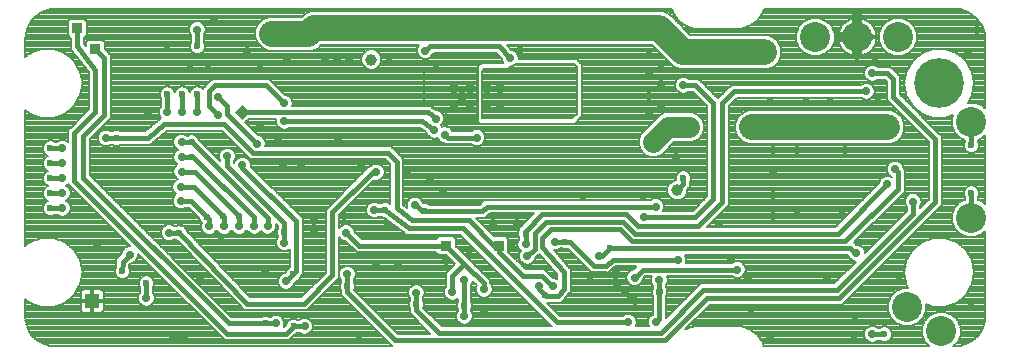
<source format=gbl>
G75*
G70*
%OFA0B0*%
%FSLAX24Y24*%
%IPPOS*%
%LPD*%
%AMOC8*
5,1,8,0,0,1.08239X$1,22.5*
%
%ADD10C,0.1000*%
%ADD11R,0.0357X0.0357*%
%ADD12R,0.0357X0.0357*%
%ADD13R,0.0500X0.0500*%
%ADD14C,0.1660*%
%ADD15C,0.0236*%
%ADD16C,0.0160*%
%ADD17C,0.0280*%
%ADD18C,0.0860*%
%ADD19C,0.0500*%
%ADD20C,0.0700*%
%ADD21C,0.0080*%
%ADD22C,0.0396*%
%ADD23C,0.0320*%
D10*
X051310Y041306D03*
X050160Y042106D03*
X052310Y045086D03*
X052310Y048286D03*
X049860Y051106D03*
X048510Y051106D03*
X047110Y051106D03*
D11*
X036560Y044156D03*
X034800Y044156D03*
X023110Y050706D03*
X022510Y051406D03*
D12*
G36*
X027759Y048606D02*
X028010Y048857D01*
X028261Y048606D01*
X028010Y048355D01*
X027759Y048606D01*
G37*
D13*
X023010Y042306D03*
D14*
X051240Y049566D03*
D15*
X052310Y047506D03*
X052310Y045906D03*
X049410Y041206D03*
X042710Y046406D03*
X040260Y044066D03*
X038780Y044286D03*
X037460Y044546D03*
X038090Y042516D03*
X035410Y042146D03*
X033810Y042206D03*
X031510Y042806D03*
X029710Y043206D03*
X029410Y044606D03*
X027910Y045136D03*
X027360Y045156D03*
X026830Y045126D03*
X025910Y044576D03*
X024810Y042906D03*
X024010Y043306D03*
X021610Y045406D03*
X021610Y045906D03*
X021610Y046406D03*
X021610Y046906D03*
X021610Y047406D03*
X023820Y047746D03*
X025510Y049206D03*
X026010Y049206D03*
X026510Y049206D03*
X026510Y050806D03*
X025510Y050806D03*
X026330Y047606D03*
X026330Y047106D03*
X028790Y041566D03*
X029720Y041466D03*
X026110Y041106D03*
X032770Y045346D03*
X034110Y045306D03*
X041910Y042606D03*
D16*
X041930Y042626D01*
X041930Y042691D01*
X041910Y042711D01*
X041910Y043006D01*
X041910Y042606D01*
X041910Y041706D01*
X041810Y041606D01*
X041960Y041256D02*
X034560Y041256D01*
X033810Y042006D01*
X033810Y042206D01*
X033810Y042586D01*
X035010Y042606D02*
X035010Y043146D01*
X035410Y043546D01*
X034800Y044156D01*
X031910Y044156D01*
X031470Y044586D01*
X031010Y045266D02*
X032350Y046606D01*
X032470Y046606D01*
X032860Y047256D02*
X033160Y046956D01*
X033160Y045406D01*
X033660Y045006D01*
X035560Y045006D01*
X036410Y044156D01*
X036560Y044156D01*
X036560Y043956D01*
X037360Y043156D01*
X037990Y043156D01*
X038190Y042956D01*
X038350Y042806D01*
X038540Y042476D02*
X038730Y042716D01*
X038730Y043286D01*
X038010Y044106D01*
X038010Y044406D01*
X038310Y044706D01*
X040610Y044706D01*
X041010Y044306D01*
X048110Y044306D01*
X049870Y046046D01*
X049870Y046596D01*
X049869Y046601D01*
X049865Y046605D01*
X049860Y046606D01*
X049770Y046706D01*
X049510Y046206D02*
X047860Y044556D01*
X041110Y044556D01*
X040710Y044956D01*
X038130Y044956D01*
X037760Y044586D01*
X037760Y044056D01*
X037510Y043806D01*
X037460Y044206D02*
X037460Y044546D01*
X037460Y044656D01*
X038010Y045206D01*
X040810Y045206D01*
X041210Y044806D01*
X043210Y044806D01*
X044010Y045606D01*
X044010Y048906D01*
X044410Y049306D01*
X048810Y049306D01*
X049010Y049906D02*
X049510Y049906D01*
X049710Y049706D01*
X049710Y049106D01*
X051110Y047706D01*
X051110Y045606D01*
X047910Y042406D01*
X043510Y042406D01*
X042110Y041006D01*
X033110Y041006D01*
X031510Y042606D01*
X031510Y042806D01*
X031510Y043206D01*
X031010Y043166D02*
X031010Y045266D01*
X032410Y045346D02*
X032770Y045346D01*
X033570Y044746D01*
X035370Y044746D01*
X038500Y041606D01*
X040870Y041606D01*
X041110Y042306D02*
X040410Y042926D01*
X040460Y043256D01*
X040120Y043486D02*
X040360Y043686D01*
X042530Y043686D01*
X041350Y043356D02*
X041090Y043086D01*
X041350Y043356D02*
X044510Y043356D01*
X043380Y042676D02*
X041960Y041256D01*
X043380Y042676D02*
X047820Y042676D01*
X050365Y045216D01*
X050370Y045251D01*
X050370Y045626D01*
X052310Y045906D02*
X052310Y045086D01*
X052310Y047506D02*
X052310Y048286D01*
X048480Y043906D02*
X048280Y044066D01*
X040260Y044066D01*
X040010Y043806D01*
X039900Y043806D01*
X039730Y043486D02*
X040120Y043486D01*
X039730Y043486D02*
X038930Y044286D01*
X038780Y044286D01*
X038430Y044286D01*
X037910Y042806D02*
X037910Y042706D01*
X038110Y042506D01*
X038100Y042506D01*
X038090Y042516D01*
X038110Y042506D02*
X038140Y042476D01*
X038540Y042476D01*
X036070Y042706D02*
X036050Y042906D01*
X035410Y043546D01*
X035410Y043006D02*
X035410Y042146D01*
X035410Y041806D01*
X031010Y043166D02*
X030070Y042226D01*
X028170Y042226D01*
X025910Y044586D01*
X025570Y044586D01*
X025900Y044586D01*
X025910Y044576D01*
X026910Y044796D02*
X026910Y045046D01*
X026830Y045126D01*
X026310Y045646D01*
X025970Y045646D01*
X025960Y046106D02*
X026410Y046106D01*
X027360Y045156D01*
X027410Y045106D01*
X027410Y044796D01*
X027910Y044796D02*
X027910Y045136D01*
X027910Y045146D01*
X026440Y046626D01*
X025990Y046626D01*
X025990Y047106D02*
X026330Y047106D01*
X026360Y047106D01*
X028410Y045106D01*
X028410Y044806D01*
X028850Y044806D02*
X028850Y045086D01*
X026340Y047606D01*
X026330Y047606D01*
X025990Y047606D01*
X025410Y048206D02*
X027410Y048206D01*
X028360Y047256D01*
X032860Y047256D01*
X034010Y048306D02*
X034410Y048006D01*
X034760Y047856D02*
X034860Y047756D01*
X035830Y047756D01*
X034490Y048386D02*
X034460Y048386D01*
X034490Y048386D02*
X034210Y048606D01*
X028010Y048606D01*
X027510Y048556D02*
X028510Y047556D01*
X028010Y046846D02*
X028010Y046756D01*
X028110Y046656D01*
X029810Y044986D01*
X029810Y043306D01*
X029710Y043206D01*
X029470Y042966D01*
X029410Y044256D02*
X029410Y044606D01*
X029410Y044906D01*
X027510Y046806D01*
X027510Y047136D01*
X027510Y048556D02*
X027510Y048806D01*
X027210Y049106D01*
X026910Y049306D02*
X027110Y049506D01*
X028810Y049506D01*
X029410Y048906D01*
X029410Y048306D02*
X034010Y048306D01*
X034110Y050656D02*
X034260Y050806D01*
X036560Y050806D01*
X036940Y050406D01*
X036160Y045456D02*
X041790Y045456D01*
X041410Y045106D02*
X043110Y045106D01*
X043710Y045706D01*
X043710Y048906D01*
X043110Y049506D01*
X042710Y049506D01*
X042710Y046406D02*
X042710Y046206D01*
X042510Y046006D01*
X036160Y045456D02*
X036010Y045306D01*
X034110Y045306D01*
X034010Y045306D01*
X033810Y045506D01*
X033770Y045506D01*
X030090Y041466D02*
X029720Y041466D01*
X029480Y041226D01*
X027510Y041226D01*
X022410Y046306D01*
X022410Y047906D01*
X022815Y048311D01*
X023110Y048616D01*
X023110Y050006D01*
X022515Y050801D01*
X022510Y051406D01*
X023110Y050706D02*
X023410Y050406D01*
X023410Y048506D01*
X022710Y047806D01*
X022710Y046406D01*
X027550Y041566D01*
X028790Y041566D01*
X029130Y041566D01*
X026110Y041106D02*
X025760Y041106D01*
X025710Y041156D01*
X024810Y042406D02*
X024810Y042906D01*
X024010Y043306D02*
X024020Y043616D01*
X024260Y043856D01*
X022010Y045406D02*
X021610Y045406D01*
X021610Y045906D02*
X022010Y045906D01*
X022010Y046406D02*
X021610Y046406D01*
X021610Y046906D02*
X022010Y046906D01*
X022010Y047406D02*
X021610Y047406D01*
X023470Y047746D02*
X023820Y047746D01*
X024850Y047746D01*
X025410Y048206D01*
X025510Y048606D02*
X025510Y049206D01*
X026010Y049206D02*
X026010Y048606D01*
X026510Y048606D02*
X026510Y049206D01*
X026910Y049306D02*
X026910Y048806D01*
X027200Y048526D01*
X026510Y050806D02*
X026510Y051356D01*
X049010Y041206D02*
X049410Y041206D01*
D17*
X049010Y041206D03*
X048410Y041006D03*
X048430Y041806D03*
X047510Y043061D03*
X048480Y043906D03*
X048010Y045356D03*
X046510Y045356D03*
X045710Y045156D03*
X045710Y045856D03*
X045710Y046656D03*
X045710Y047356D03*
X046510Y047356D03*
X048110Y047356D03*
X049770Y046706D03*
X049510Y046206D03*
X050370Y045626D03*
X049890Y043146D03*
X052310Y042106D03*
X045610Y041106D03*
X044950Y042056D03*
X044850Y043006D03*
X044510Y043356D03*
X044310Y043726D03*
X043910Y044886D03*
X042530Y043686D03*
X041910Y043006D03*
X041090Y043086D03*
X040460Y043256D03*
X039900Y043806D03*
X039610Y043156D03*
X038350Y042806D03*
X037910Y042806D03*
X037510Y043806D03*
X037460Y044206D03*
X037010Y044256D03*
X037160Y044896D03*
X036360Y044896D03*
X035560Y044006D03*
X034810Y043656D03*
X035410Y043006D03*
X035010Y042606D03*
X035410Y041806D03*
X036060Y042006D03*
X036070Y042706D03*
X033810Y042586D03*
X033210Y043506D03*
X032470Y043506D03*
X031510Y043206D03*
X031470Y044586D03*
X031410Y045156D03*
X032410Y045346D03*
X032860Y044806D03*
X033770Y045506D03*
X034260Y046396D03*
X034710Y045956D03*
X033510Y046556D03*
X032470Y046606D03*
X031960Y046856D03*
X031210Y047656D03*
X029960Y046856D03*
X029360Y046856D03*
X029210Y047656D03*
X029410Y048306D03*
X029410Y048906D03*
X028610Y048156D03*
X028510Y047556D03*
X028010Y046846D03*
X027510Y047136D03*
X025990Y047106D03*
X025990Y046626D03*
X025960Y046106D03*
X025970Y045646D03*
X025570Y044586D03*
X026910Y044796D03*
X027410Y044796D03*
X027310Y044306D03*
X027910Y044796D03*
X028410Y044806D03*
X028850Y044806D03*
X029410Y044256D03*
X030390Y044586D03*
X030390Y044986D03*
X029470Y042966D03*
X028760Y043306D03*
X026610Y043106D03*
X024810Y042406D03*
X025710Y041156D03*
X024260Y043856D03*
X023160Y044106D03*
X022010Y045406D03*
X022010Y045906D03*
X022010Y046406D03*
X022010Y046906D03*
X022010Y047406D03*
X023470Y047746D03*
X024860Y048556D03*
X025510Y048606D03*
X026010Y048606D03*
X026510Y048606D03*
X027200Y048526D03*
X027210Y049106D03*
X026860Y050056D03*
X026260Y050056D03*
X026510Y051356D03*
X027060Y051656D03*
X028160Y050656D03*
X028610Y050056D03*
X029510Y050356D03*
X030760Y050356D03*
X031160Y050356D03*
X031560Y050356D03*
X032910Y050446D03*
X034110Y050656D03*
X034460Y050056D03*
X035060Y049506D03*
X035330Y049336D03*
X035060Y049186D03*
X035330Y049006D03*
X035060Y048856D03*
X035610Y048856D03*
X035610Y049186D03*
X035610Y049506D03*
X036160Y049506D03*
X036160Y049186D03*
X036160Y048856D03*
X036610Y048856D03*
X036610Y049186D03*
X036610Y049506D03*
X036940Y050406D03*
X037250Y050676D03*
X034460Y048386D03*
X034410Y048006D03*
X034760Y047856D03*
X035830Y047756D03*
X039360Y045796D03*
X038430Y044286D03*
X041410Y045106D03*
X041790Y045456D03*
X041360Y045796D03*
X042460Y047106D03*
X041560Y048506D03*
X041960Y048856D03*
X041560Y049156D03*
X041960Y049556D03*
X041560Y049856D03*
X041960Y050206D03*
X041560Y050506D03*
X042710Y049506D03*
X045610Y048956D03*
X046810Y048956D03*
X047610Y048956D03*
X048810Y049306D03*
X049210Y048956D03*
X049010Y049906D03*
X049110Y050456D03*
X052210Y050556D03*
X052510Y051356D03*
X041110Y042306D03*
X040870Y041606D03*
X041810Y041606D03*
X031900Y041016D03*
X030090Y041466D03*
X029130Y041566D03*
X025990Y047606D03*
D18*
X029010Y051216D02*
X030200Y051216D01*
X030210Y051206D01*
X030410Y051406D01*
X041910Y051406D01*
X042710Y050606D01*
X045410Y050606D01*
X045010Y048106D02*
X049510Y048106D01*
D19*
X049510Y048106D03*
X045410Y050606D03*
X045010Y048106D03*
X042910Y048106D03*
X042210Y048106D03*
X041710Y047606D03*
X042710Y050606D03*
X041910Y051406D03*
X029510Y051206D03*
X029010Y051216D03*
D20*
X041710Y047606D02*
X042210Y048106D01*
X042910Y048106D01*
D21*
X021384Y040871D02*
X021163Y040997D01*
X020981Y041176D01*
X020852Y041396D01*
X020784Y041641D01*
X020775Y041768D01*
X020775Y042388D01*
X020936Y042254D01*
X021316Y042115D01*
X021720Y042115D01*
X021720Y042115D01*
X022101Y042254D01*
X022411Y042514D01*
X022613Y042864D01*
X022683Y043262D01*
X022613Y043661D01*
X022411Y044011D01*
X022410Y044011D01*
X022101Y044271D01*
X022101Y044271D01*
X021720Y044410D01*
X021316Y044410D01*
X021316Y044410D01*
X020936Y044271D01*
X020775Y044137D01*
X020775Y048687D01*
X020936Y048553D01*
X021316Y048414D01*
X021720Y048414D01*
X021720Y048414D01*
X022101Y048553D01*
X022411Y048813D01*
X022613Y049163D01*
X022683Y049561D01*
X022613Y049960D01*
X022411Y050310D01*
X022410Y050310D01*
X022101Y050570D01*
X022101Y050570D01*
X021720Y050709D01*
X021316Y050709D01*
X021316Y050709D01*
X020936Y050570D01*
X020936Y050570D01*
X020775Y050436D01*
X020775Y051057D01*
X020784Y051185D01*
X020850Y051433D01*
X020979Y051656D01*
X021161Y051838D01*
X021383Y051966D01*
X021632Y052033D01*
X021760Y052041D01*
X021813Y052041D01*
X042331Y052041D01*
X042384Y051877D01*
X042558Y051638D01*
X042558Y051638D01*
X042797Y051464D01*
X043079Y051372D01*
X043174Y051372D01*
X043226Y051372D01*
X043227Y051372D01*
X043279Y051372D01*
X044539Y051372D01*
X044539Y051372D01*
X044635Y051372D01*
X044916Y051464D01*
X045155Y051638D01*
X045329Y051877D01*
X045383Y052041D01*
X051709Y052041D01*
X051710Y052041D02*
X051762Y052041D01*
X051918Y052030D01*
X052215Y051937D01*
X052468Y051756D01*
X052653Y051505D01*
X052751Y051210D01*
X052765Y051054D01*
X052765Y048737D01*
X052673Y048829D01*
X052438Y048926D01*
X052201Y048926D01*
X052337Y049163D01*
X052407Y049561D01*
X052337Y049960D01*
X052135Y050310D01*
X052135Y050310D01*
X051825Y050570D01*
X051445Y050709D01*
X051445Y050709D01*
X051040Y050709D01*
X050660Y050570D01*
X050350Y050310D01*
X050148Y049960D01*
X050148Y049960D01*
X050078Y049561D01*
X050148Y049163D01*
X050350Y048813D01*
X050350Y048813D01*
X050660Y048553D01*
X051040Y048414D01*
X051040Y048414D01*
X051445Y048414D01*
X051711Y048511D01*
X051670Y048414D01*
X051670Y048159D01*
X051768Y047924D01*
X051948Y047744D01*
X052090Y047685D01*
X052090Y047650D01*
X052052Y047558D01*
X052052Y047455D01*
X052091Y047360D01*
X052164Y047288D01*
X052259Y047248D01*
X052362Y047248D01*
X052456Y047288D01*
X052529Y047360D01*
X052568Y047455D01*
X052568Y047558D01*
X052530Y047650D01*
X052530Y047685D01*
X052673Y047744D01*
X052765Y047836D01*
X052765Y045537D01*
X052673Y045629D01*
X052530Y045688D01*
X052530Y045763D01*
X052568Y045855D01*
X052568Y045958D01*
X052529Y046053D01*
X052456Y046125D01*
X052362Y046165D01*
X052259Y046165D01*
X052164Y046125D01*
X052091Y046053D01*
X052052Y045958D01*
X052052Y045855D01*
X052090Y045763D01*
X052090Y045688D01*
X051948Y045629D01*
X051768Y045449D01*
X051670Y045214D01*
X051670Y044959D01*
X051768Y044724D01*
X051948Y044544D01*
X052183Y044446D01*
X052438Y044446D01*
X052673Y044544D01*
X052765Y044636D01*
X052765Y041770D01*
X052755Y041642D01*
X052684Y041394D01*
X052552Y041174D01*
X052367Y040994D01*
X052143Y040869D01*
X051893Y040806D01*
X051765Y040800D01*
X051761Y040800D01*
X051712Y040801D01*
X051710Y040800D01*
X051709Y040800D01*
X051853Y040944D01*
X051950Y041179D01*
X051950Y041434D01*
X051853Y041669D01*
X051673Y041849D01*
X051438Y041946D01*
X051183Y041946D01*
X050948Y041849D01*
X050768Y041669D01*
X050670Y041434D01*
X050670Y041179D01*
X050768Y040944D01*
X050912Y040800D01*
X045383Y040800D01*
X045329Y040964D01*
X045155Y041204D01*
X044916Y041378D01*
X044635Y041469D01*
X044635Y041469D01*
X044539Y041469D01*
X043174Y041469D01*
X043079Y041469D01*
X043079Y041469D01*
X042797Y041378D01*
X042779Y041364D01*
X043601Y042186D01*
X048001Y042186D01*
X048130Y042315D01*
X051330Y045515D01*
X051330Y045698D01*
X051330Y047798D01*
X051201Y047926D01*
X049930Y049198D01*
X049930Y049615D01*
X049930Y049798D01*
X049730Y049998D01*
X049601Y050126D01*
X049186Y050126D01*
X049169Y050144D01*
X049066Y050186D01*
X048955Y050186D01*
X048852Y050144D01*
X048773Y050065D01*
X048730Y049962D01*
X048730Y049851D01*
X048773Y049748D01*
X048852Y049669D01*
X048955Y049626D01*
X049066Y049626D01*
X049169Y049669D01*
X049186Y049686D01*
X049419Y049686D01*
X049490Y049615D01*
X049490Y049015D01*
X049619Y048886D01*
X050890Y047615D01*
X050890Y045698D01*
X050590Y045397D01*
X050590Y045450D01*
X050608Y045468D01*
X050650Y045571D01*
X050650Y045682D01*
X050608Y045785D01*
X050529Y045864D01*
X050426Y045906D01*
X050315Y045906D01*
X050212Y045864D01*
X050133Y045785D01*
X050090Y045682D01*
X050090Y045571D01*
X050133Y045468D01*
X050150Y045450D01*
X050150Y045313D01*
X048760Y043925D01*
X048760Y043962D01*
X048718Y044065D01*
X048639Y044144D01*
X048536Y044186D01*
X048482Y044186D01*
X048427Y044231D01*
X048387Y044271D01*
X049961Y045826D01*
X050024Y045889D01*
X050090Y045954D01*
X050090Y045955D01*
X050090Y046045D01*
X050091Y046136D01*
X050090Y046137D01*
X050090Y046505D01*
X050090Y046519D01*
X050090Y046688D01*
X050050Y046728D01*
X050050Y046762D01*
X050008Y046865D01*
X049929Y046944D01*
X049826Y046986D01*
X049715Y046986D01*
X049612Y046944D01*
X049533Y046865D01*
X049490Y046762D01*
X049490Y046651D01*
X049533Y046548D01*
X049612Y046469D01*
X049650Y046453D01*
X049650Y046451D01*
X049566Y046486D01*
X049455Y046486D01*
X049352Y046444D01*
X049273Y046365D01*
X049230Y046262D01*
X049230Y046238D01*
X047769Y044776D01*
X043491Y044776D01*
X044101Y045386D01*
X044230Y045515D01*
X044230Y048815D01*
X044501Y049086D01*
X048634Y049086D01*
X048652Y049069D01*
X048755Y049026D01*
X048866Y049026D01*
X048969Y049069D01*
X049048Y049148D01*
X049090Y049251D01*
X049090Y049362D01*
X049048Y049465D01*
X048969Y049544D01*
X048866Y049586D01*
X048755Y049586D01*
X048652Y049544D01*
X048634Y049526D01*
X044319Y049526D01*
X044190Y049398D01*
X043860Y049068D01*
X043860Y049068D01*
X043330Y049598D01*
X043201Y049726D01*
X042886Y049726D01*
X042869Y049744D01*
X042766Y049786D01*
X042655Y049786D01*
X042552Y049744D01*
X042473Y049665D01*
X042430Y049562D01*
X042430Y049451D01*
X042473Y049348D01*
X042552Y049269D01*
X042655Y049226D01*
X042766Y049226D01*
X042869Y049269D01*
X042886Y049286D01*
X043019Y049286D01*
X043490Y048815D01*
X043490Y045798D01*
X043019Y045326D01*
X042039Y045326D01*
X042070Y045401D01*
X042070Y045512D01*
X042028Y045615D01*
X041949Y045694D01*
X041846Y045736D01*
X041735Y045736D01*
X041632Y045694D01*
X041614Y045676D01*
X036251Y045676D01*
X036069Y045676D01*
X035919Y045526D01*
X034254Y045526D01*
X034162Y045565D01*
X034063Y045565D01*
X034039Y045589D01*
X034008Y045665D01*
X033929Y045744D01*
X033826Y045786D01*
X033715Y045786D01*
X033612Y045744D01*
X033533Y045665D01*
X033490Y045562D01*
X033490Y045451D01*
X033507Y045411D01*
X033380Y045512D01*
X033380Y047048D01*
X033251Y047176D01*
X032951Y047476D01*
X032769Y047476D01*
X028780Y047476D01*
X028790Y047501D01*
X028790Y047612D01*
X028748Y047715D01*
X028669Y047794D01*
X028566Y047836D01*
X028541Y047836D01*
X028116Y048262D01*
X028241Y048386D01*
X029140Y048386D01*
X029130Y048362D01*
X029130Y048251D01*
X029173Y048148D01*
X029252Y048069D01*
X029355Y048026D01*
X029466Y048026D01*
X029569Y048069D01*
X029586Y048086D01*
X033937Y048086D01*
X034136Y047937D01*
X034173Y047848D01*
X034252Y047769D01*
X034355Y047726D01*
X034466Y047726D01*
X034504Y047742D01*
X034523Y047698D01*
X034602Y047619D01*
X034705Y047576D01*
X034729Y047576D01*
X034769Y047536D01*
X034951Y047536D01*
X035654Y047536D01*
X035672Y047519D01*
X035775Y047476D01*
X035886Y047476D01*
X035989Y047519D01*
X036068Y047598D01*
X036110Y047701D01*
X036110Y047812D01*
X036068Y047915D01*
X035989Y047994D01*
X035886Y048036D01*
X035775Y048036D01*
X035672Y047994D01*
X035654Y047976D01*
X035014Y047976D01*
X034998Y048015D01*
X034919Y048094D01*
X034816Y048136D01*
X034705Y048136D01*
X034666Y048120D01*
X034648Y048165D01*
X034641Y048171D01*
X034698Y048228D01*
X034740Y048331D01*
X034740Y048442D01*
X034698Y048545D01*
X034619Y048624D01*
X034516Y048666D01*
X034490Y048666D01*
X034356Y048771D01*
X034301Y048826D01*
X034286Y048826D01*
X034274Y048836D01*
X034197Y048826D01*
X029680Y048826D01*
X029690Y048851D01*
X029690Y048962D01*
X029648Y049065D01*
X029569Y049144D01*
X029466Y049186D01*
X029441Y049186D01*
X028901Y049726D01*
X028719Y049726D01*
X027019Y049726D01*
X026890Y049598D01*
X026690Y049398D01*
X026690Y049391D01*
X026656Y049425D01*
X026562Y049465D01*
X026459Y049465D01*
X026364Y049425D01*
X026291Y049353D01*
X026260Y049277D01*
X026229Y049353D01*
X026156Y049425D01*
X026062Y049465D01*
X025959Y049465D01*
X025864Y049425D01*
X025791Y049353D01*
X025760Y049277D01*
X025729Y049353D01*
X025656Y049425D01*
X025562Y049465D01*
X025459Y049465D01*
X025364Y049425D01*
X025291Y049353D01*
X025252Y049258D01*
X025252Y049155D01*
X025290Y049063D01*
X025290Y048782D01*
X025273Y048765D01*
X025230Y048662D01*
X025230Y048551D01*
X025273Y048448D01*
X025307Y048414D01*
X025262Y048370D01*
X024771Y047966D01*
X023964Y047966D01*
X023872Y048005D01*
X023769Y048005D01*
X023677Y047966D01*
X023646Y047966D01*
X023629Y047984D01*
X023526Y048026D01*
X023415Y048026D01*
X023312Y047984D01*
X023233Y047905D01*
X023190Y047802D01*
X023190Y047691D01*
X023233Y047588D01*
X023312Y047509D01*
X023415Y047466D01*
X023526Y047466D01*
X023629Y047509D01*
X023646Y047526D01*
X023677Y047526D01*
X023769Y047488D01*
X023872Y047488D01*
X023964Y047526D01*
X024839Y047526D01*
X024919Y047519D01*
X024929Y047526D01*
X024941Y047526D01*
X024998Y047583D01*
X025489Y047986D01*
X027319Y047986D01*
X028140Y047165D01*
X028269Y047036D01*
X032769Y047036D01*
X032940Y046865D01*
X032940Y045541D01*
X032916Y045565D01*
X032822Y045605D01*
X032719Y045605D01*
X032627Y045566D01*
X032586Y045566D01*
X032569Y045584D01*
X032466Y045626D01*
X032355Y045626D01*
X032252Y045584D01*
X032173Y045505D01*
X032130Y045402D01*
X032130Y045291D01*
X032173Y045188D01*
X032252Y045109D01*
X032355Y045066D01*
X032466Y045066D01*
X032569Y045109D01*
X032586Y045126D01*
X032627Y045126D01*
X032719Y045088D01*
X032748Y045088D01*
X033426Y044580D01*
X033479Y044526D01*
X033497Y044526D01*
X033511Y044516D01*
X033586Y044526D01*
X035279Y044526D01*
X038280Y041516D01*
X038280Y041515D01*
X038319Y041476D01*
X034651Y041476D01*
X034040Y042087D01*
X034068Y042155D01*
X034068Y042258D01*
X034030Y042350D01*
X034030Y042410D01*
X034048Y042428D01*
X034090Y042531D01*
X034090Y042642D01*
X034048Y042745D01*
X033969Y042824D01*
X033866Y042866D01*
X033755Y042866D01*
X033652Y042824D01*
X033573Y042745D01*
X033530Y042642D01*
X033530Y042531D01*
X033573Y042428D01*
X033590Y042410D01*
X033590Y042350D01*
X033552Y042258D01*
X033552Y042155D01*
X033590Y042063D01*
X033590Y041915D01*
X034279Y041226D01*
X033201Y041226D01*
X031740Y042687D01*
X031768Y042755D01*
X031768Y042858D01*
X031730Y042950D01*
X031730Y043030D01*
X031748Y043048D01*
X031790Y043151D01*
X031790Y043262D01*
X031748Y043365D01*
X031669Y043444D01*
X031566Y043486D01*
X031455Y043486D01*
X031352Y043444D01*
X031273Y043365D01*
X031230Y043262D01*
X031230Y043151D01*
X031273Y043048D01*
X031290Y043030D01*
X031290Y042950D01*
X031252Y042858D01*
X031252Y042755D01*
X031290Y042663D01*
X031290Y042515D01*
X031419Y042386D01*
X033006Y040800D01*
X021812Y040800D01*
X021811Y040800D01*
X021758Y040800D01*
X021631Y040807D01*
X021384Y040871D01*
X021335Y040899D02*
X032906Y040899D01*
X032828Y040978D02*
X021197Y040978D01*
X021103Y041056D02*
X027369Y041056D01*
X027359Y041066D02*
X027419Y041006D01*
X027419Y041006D01*
X027420Y041006D02*
X027511Y041006D01*
X029571Y041006D01*
X029700Y041135D01*
X032671Y041135D01*
X032749Y041056D02*
X029621Y041056D01*
X029700Y041135D02*
X029774Y041210D01*
X029864Y041246D01*
X029914Y041246D01*
X029932Y041229D01*
X030035Y041186D01*
X030146Y041186D01*
X030249Y041229D01*
X030328Y041308D01*
X030370Y041411D01*
X030370Y041522D01*
X030328Y041625D01*
X030249Y041704D01*
X030146Y041746D01*
X030035Y041746D01*
X029932Y041704D01*
X029914Y041686D01*
X029864Y041686D01*
X029772Y041725D01*
X029669Y041725D01*
X029574Y041685D01*
X029501Y041613D01*
X029463Y041521D01*
X029389Y041446D01*
X029384Y041446D01*
X029410Y041511D01*
X029410Y041622D01*
X029368Y041725D01*
X029289Y041804D01*
X029186Y041846D01*
X029075Y041846D01*
X028972Y041804D01*
X028954Y041786D01*
X028934Y041786D01*
X028842Y041825D01*
X028739Y041825D01*
X028647Y041786D01*
X027641Y041786D01*
X022930Y046498D01*
X022930Y047715D01*
X023501Y048286D01*
X023630Y048415D01*
X023630Y050315D01*
X023630Y050498D01*
X023429Y050699D01*
X023429Y050943D01*
X023347Y051025D01*
X022874Y051025D01*
X022792Y050943D01*
X022792Y050799D01*
X022735Y050875D01*
X022733Y051088D01*
X022747Y051088D01*
X022829Y051170D01*
X022829Y051643D01*
X022747Y051725D01*
X022274Y051725D01*
X022192Y051643D01*
X022192Y051170D01*
X022274Y051088D01*
X022293Y051088D01*
X022295Y050816D01*
X022284Y050743D01*
X022296Y050727D01*
X022296Y050709D01*
X022349Y050656D01*
X022890Y049933D01*
X022890Y048705D01*
X022658Y048465D01*
X022319Y048126D01*
X022190Y047998D01*
X022190Y047622D01*
X022169Y047644D01*
X022066Y047686D01*
X021955Y047686D01*
X021852Y047644D01*
X021834Y047626D01*
X021754Y047626D01*
X021662Y047665D01*
X021559Y047665D01*
X021464Y047625D01*
X021391Y047553D01*
X021352Y047458D01*
X021352Y047355D01*
X021391Y047260D01*
X021464Y047188D01*
X021539Y047156D01*
X021464Y047125D01*
X021391Y047053D01*
X021352Y046958D01*
X021352Y046855D01*
X021391Y046760D01*
X021464Y046688D01*
X021539Y046656D01*
X021464Y046625D01*
X021391Y046553D01*
X021352Y046458D01*
X021352Y046355D01*
X021391Y046260D01*
X021464Y046188D01*
X021539Y046156D01*
X021464Y046125D01*
X021391Y046053D01*
X021352Y045958D01*
X021352Y045855D01*
X021391Y045760D01*
X021464Y045688D01*
X021539Y045656D01*
X021464Y045625D01*
X021391Y045553D01*
X021352Y045458D01*
X021352Y045355D01*
X021391Y045260D01*
X021464Y045188D01*
X021559Y045148D01*
X021662Y045148D01*
X021754Y045186D01*
X021834Y045186D01*
X021852Y045169D01*
X021955Y045126D01*
X022066Y045126D01*
X022169Y045169D01*
X022248Y045248D01*
X022290Y045351D01*
X022290Y045462D01*
X022248Y045565D01*
X022169Y045644D01*
X022138Y045656D01*
X022169Y045669D01*
X022248Y045748D01*
X022290Y045851D01*
X022290Y045962D01*
X022248Y046065D01*
X022169Y046144D01*
X022138Y046156D01*
X022169Y046169D01*
X022203Y046203D01*
X022251Y046155D01*
X022319Y046086D01*
X022319Y046086D01*
X024277Y044136D01*
X024205Y044136D01*
X024102Y044094D01*
X024023Y044015D01*
X023980Y043912D01*
X023980Y043888D01*
X023867Y043775D01*
X023803Y043715D01*
X023803Y043710D01*
X023800Y043708D01*
X023800Y043620D01*
X023795Y043456D01*
X023791Y043453D01*
X023752Y043358D01*
X023752Y043255D01*
X023791Y043160D01*
X023864Y043088D01*
X023959Y043048D01*
X024062Y043048D01*
X024156Y043088D01*
X024229Y043160D01*
X024268Y043255D01*
X024268Y043358D01*
X024235Y043439D01*
X024237Y043522D01*
X024291Y043576D01*
X024316Y043576D01*
X024419Y043619D01*
X024498Y043698D01*
X024540Y043801D01*
X024540Y043874D01*
X027359Y041066D01*
X027419Y041006D02*
X027420Y041006D01*
X027290Y041135D02*
X021023Y041135D01*
X020959Y041213D02*
X027212Y041213D01*
X027133Y041292D02*
X020913Y041292D01*
X020867Y041370D02*
X027054Y041370D01*
X026975Y041449D02*
X020838Y041449D01*
X020816Y041528D02*
X026896Y041528D01*
X026817Y041606D02*
X020794Y041606D01*
X020781Y041685D02*
X026739Y041685D01*
X026660Y041763D02*
X020776Y041763D01*
X020775Y041842D02*
X026581Y041842D01*
X026502Y041920D02*
X023293Y041920D01*
X023279Y041916D02*
X023314Y041926D01*
X023346Y041944D01*
X023372Y041970D01*
X023391Y042002D01*
X023400Y042038D01*
X023400Y042268D01*
X023049Y042268D01*
X023049Y042345D01*
X023400Y042345D01*
X023400Y042575D01*
X023391Y042610D01*
X023372Y042642D01*
X023346Y042668D01*
X023314Y042687D01*
X023279Y042696D01*
X023049Y042696D01*
X023049Y042345D01*
X022971Y042345D01*
X022971Y042268D01*
X022620Y042268D01*
X022620Y042038D01*
X022630Y042002D01*
X022648Y041970D01*
X022674Y041944D01*
X022706Y041926D01*
X022742Y041916D01*
X022971Y041916D01*
X022971Y042267D01*
X023049Y042267D01*
X023049Y041916D01*
X023279Y041916D01*
X023389Y041999D02*
X026423Y041999D01*
X026344Y042077D02*
X023400Y042077D01*
X023400Y042156D02*
X024684Y042156D01*
X024652Y042169D02*
X024755Y042126D01*
X024866Y042126D01*
X024969Y042169D01*
X025048Y042248D01*
X025090Y042351D01*
X025090Y042462D01*
X025048Y042565D01*
X025030Y042582D01*
X025030Y042763D01*
X025068Y042855D01*
X025068Y042958D01*
X025029Y043053D01*
X024956Y043125D01*
X024862Y043165D01*
X024759Y043165D01*
X024664Y043125D01*
X024591Y043053D01*
X024552Y042958D01*
X024552Y042855D01*
X024590Y042763D01*
X024590Y042582D01*
X024573Y042565D01*
X024530Y042462D01*
X024530Y042351D01*
X024573Y042248D01*
X024652Y042169D01*
X024586Y042234D02*
X023400Y042234D01*
X023400Y042391D02*
X024530Y042391D01*
X024534Y042470D02*
X023400Y042470D01*
X023400Y042549D02*
X024566Y042549D01*
X024590Y042627D02*
X023381Y042627D01*
X023049Y042627D02*
X022971Y042627D01*
X022971Y042696D02*
X022742Y042696D01*
X022706Y042687D01*
X022674Y042668D01*
X022648Y042642D01*
X022630Y042610D01*
X022620Y042575D01*
X022620Y042345D01*
X022971Y042345D01*
X022971Y042696D01*
X022971Y042549D02*
X023049Y042549D01*
X023049Y042470D02*
X022971Y042470D01*
X022971Y042391D02*
X023049Y042391D01*
X023049Y042313D02*
X024546Y042313D01*
X024590Y042706D02*
X022521Y042706D01*
X022567Y042784D02*
X024581Y042784D01*
X024552Y042863D02*
X022612Y042863D01*
X022613Y042864D02*
X022613Y042864D01*
X022626Y042941D02*
X024552Y042941D01*
X024578Y043020D02*
X022640Y043020D01*
X022654Y043098D02*
X023853Y043098D01*
X023784Y043177D02*
X022668Y043177D01*
X022682Y043255D02*
X023752Y043255D01*
X023752Y043334D02*
X022670Y043334D01*
X022657Y043413D02*
X023775Y043413D01*
X023796Y043491D02*
X022643Y043491D01*
X022629Y043570D02*
X023799Y043570D01*
X023800Y043648D02*
X022615Y043648D01*
X022613Y043661D02*
X022613Y043661D01*
X022575Y043727D02*
X023816Y043727D01*
X023898Y043805D02*
X022529Y043805D01*
X022484Y043884D02*
X023977Y043884D01*
X024001Y043962D02*
X022439Y043962D01*
X022411Y044011D02*
X022411Y044011D01*
X022375Y044041D02*
X024049Y044041D01*
X024164Y044119D02*
X022282Y044119D01*
X022188Y044198D02*
X024215Y044198D01*
X024136Y044277D02*
X022086Y044277D01*
X021870Y044355D02*
X024058Y044355D01*
X023979Y044434D02*
X020775Y044434D01*
X020775Y044512D02*
X023900Y044512D01*
X023821Y044591D02*
X020775Y044591D01*
X020775Y044669D02*
X023742Y044669D01*
X023663Y044748D02*
X020775Y044748D01*
X020775Y044826D02*
X023584Y044826D01*
X023506Y044905D02*
X020775Y044905D01*
X020775Y044983D02*
X023427Y044983D01*
X023348Y045062D02*
X020775Y045062D01*
X020775Y045141D02*
X021921Y045141D01*
X022100Y045141D02*
X023269Y045141D01*
X023190Y045219D02*
X022219Y045219D01*
X022268Y045298D02*
X023111Y045298D01*
X023032Y045376D02*
X022290Y045376D01*
X022290Y045455D02*
X022954Y045455D01*
X022875Y045533D02*
X022261Y045533D01*
X022201Y045612D02*
X022796Y045612D01*
X022717Y045690D02*
X022190Y045690D01*
X022256Y045769D02*
X022638Y045769D01*
X022559Y045847D02*
X022289Y045847D01*
X022290Y045926D02*
X022481Y045926D01*
X022402Y046004D02*
X022273Y046004D01*
X022230Y046083D02*
X022323Y046083D01*
X022244Y046162D02*
X022151Y046162D01*
X021527Y046162D02*
X020775Y046162D01*
X020775Y046240D02*
X021412Y046240D01*
X021367Y046319D02*
X020775Y046319D01*
X020775Y046397D02*
X021352Y046397D01*
X021360Y046476D02*
X020775Y046476D01*
X020775Y046554D02*
X021393Y046554D01*
X021482Y046633D02*
X020775Y046633D01*
X020775Y046711D02*
X021440Y046711D01*
X021379Y046790D02*
X020775Y046790D01*
X020775Y046868D02*
X021352Y046868D01*
X021352Y046947D02*
X020775Y046947D01*
X020775Y047026D02*
X021380Y047026D01*
X021443Y047104D02*
X020775Y047104D01*
X020775Y047183D02*
X021476Y047183D01*
X021391Y047261D02*
X020775Y047261D01*
X020775Y047340D02*
X021358Y047340D01*
X021352Y047418D02*
X020775Y047418D01*
X020775Y047497D02*
X021368Y047497D01*
X021414Y047575D02*
X020775Y047575D01*
X020775Y047654D02*
X021533Y047654D01*
X021687Y047654D02*
X021876Y047654D01*
X022144Y047654D02*
X022190Y047654D01*
X022190Y047732D02*
X020775Y047732D01*
X020775Y047811D02*
X022190Y047811D01*
X022190Y047890D02*
X020775Y047890D01*
X020775Y047968D02*
X022190Y047968D01*
X022239Y048047D02*
X020775Y048047D01*
X020775Y048125D02*
X022318Y048125D01*
X022319Y048126D02*
X022319Y048126D01*
X022396Y048204D02*
X020775Y048204D01*
X020775Y048282D02*
X022475Y048282D01*
X022554Y048361D02*
X020775Y048361D01*
X020775Y048439D02*
X021247Y048439D01*
X021316Y048414D02*
X021316Y048414D01*
X021031Y048518D02*
X020775Y048518D01*
X020775Y048596D02*
X020883Y048596D01*
X020936Y048553D02*
X020936Y048553D01*
X020790Y048675D02*
X020775Y048675D01*
X021789Y048439D02*
X022632Y048439D01*
X022709Y048518D02*
X022005Y048518D01*
X022101Y048553D02*
X022101Y048553D01*
X022153Y048596D02*
X022785Y048596D01*
X022861Y048675D02*
X022246Y048675D01*
X022340Y048754D02*
X022890Y048754D01*
X022890Y048832D02*
X022422Y048832D01*
X022411Y048813D02*
X022411Y048813D01*
X022467Y048911D02*
X022890Y048911D01*
X022890Y048989D02*
X022512Y048989D01*
X022558Y049068D02*
X022890Y049068D01*
X022890Y049146D02*
X022603Y049146D01*
X022613Y049163D02*
X022613Y049163D01*
X022624Y049225D02*
X022890Y049225D01*
X022890Y049303D02*
X022638Y049303D01*
X022651Y049382D02*
X022890Y049382D01*
X022890Y049460D02*
X022665Y049460D01*
X022679Y049539D02*
X022890Y049539D01*
X022890Y049617D02*
X022673Y049617D01*
X022659Y049696D02*
X022890Y049696D01*
X022890Y049775D02*
X022646Y049775D01*
X022632Y049853D02*
X022890Y049853D01*
X022890Y049932D02*
X022618Y049932D01*
X022613Y049960D02*
X022613Y049960D01*
X022584Y050010D02*
X022833Y050010D01*
X022774Y050089D02*
X022538Y050089D01*
X022493Y050167D02*
X022715Y050167D01*
X022656Y050246D02*
X022448Y050246D01*
X022411Y050310D02*
X022411Y050310D01*
X022394Y050324D02*
X022597Y050324D01*
X022539Y050403D02*
X022300Y050403D01*
X022207Y050481D02*
X022480Y050481D01*
X022421Y050560D02*
X022113Y050560D01*
X021913Y050639D02*
X022362Y050639D01*
X022296Y050717D02*
X020775Y050717D01*
X020775Y050639D02*
X021123Y050639D01*
X020923Y050560D02*
X020775Y050560D01*
X020775Y050481D02*
X020830Y050481D01*
X020775Y050796D02*
X022292Y050796D01*
X022295Y050874D02*
X020775Y050874D01*
X020775Y050953D02*
X022294Y050953D01*
X022293Y051031D02*
X020775Y051031D01*
X020779Y051110D02*
X022252Y051110D01*
X022192Y051188D02*
X020784Y051188D01*
X020806Y051267D02*
X022192Y051267D01*
X022192Y051345D02*
X020827Y051345D01*
X020848Y051424D02*
X022192Y051424D01*
X022192Y051503D02*
X020890Y051503D01*
X020935Y051581D02*
X022192Y051581D01*
X022209Y051660D02*
X020982Y051660D01*
X021061Y051738D02*
X028780Y051738D01*
X028687Y051700D02*
X028527Y051539D01*
X028440Y051330D01*
X028440Y051103D01*
X028527Y050894D01*
X028687Y050733D01*
X028897Y050646D01*
X030073Y050646D01*
X030097Y050636D01*
X030324Y050636D01*
X030533Y050723D01*
X030646Y050836D01*
X033894Y050836D01*
X033873Y050815D01*
X033830Y050712D01*
X033830Y050601D01*
X033873Y050498D01*
X033952Y050419D01*
X034055Y050376D01*
X034166Y050376D01*
X034269Y050419D01*
X034348Y050498D01*
X034384Y050586D01*
X036466Y050586D01*
X036660Y050382D01*
X036660Y050351D01*
X036703Y050248D01*
X036714Y050236D01*
X036103Y050236D01*
X036074Y050251D01*
X036031Y050236D01*
X035986Y050236D01*
X035963Y050214D01*
X035933Y050204D01*
X035912Y050163D01*
X035880Y050131D01*
X035880Y050099D01*
X035862Y050063D01*
X035830Y050031D01*
X035830Y049999D01*
X035816Y049970D01*
X035830Y049927D01*
X035830Y048481D01*
X035830Y048332D01*
X035936Y048226D01*
X038936Y048226D01*
X039085Y048226D01*
X039235Y048376D01*
X039340Y048482D01*
X039340Y050102D01*
X039344Y050171D01*
X039340Y050176D01*
X039340Y050181D01*
X039291Y050230D01*
X039250Y050276D01*
X039250Y050281D01*
X039201Y050330D01*
X039154Y050382D01*
X039149Y050383D01*
X039145Y050386D01*
X039075Y050386D01*
X039005Y050390D01*
X039001Y050386D01*
X037220Y050386D01*
X037220Y050462D01*
X037178Y050565D01*
X037099Y050644D01*
X036996Y050686D01*
X036978Y050686D01*
X036835Y050836D01*
X041674Y050836D01*
X042227Y050284D01*
X042227Y050284D01*
X042387Y050123D01*
X042597Y050036D01*
X045524Y050036D01*
X045733Y050123D01*
X045893Y050284D01*
X045980Y050493D01*
X045980Y050720D01*
X045893Y050929D01*
X045733Y051090D01*
X045524Y051176D01*
X042946Y051176D01*
X042393Y051729D01*
X042233Y051890D01*
X042024Y051976D01*
X030524Y051976D01*
X030297Y051976D01*
X030087Y051890D01*
X029984Y051786D01*
X028897Y051786D01*
X028687Y051700D01*
X028647Y051660D02*
X022812Y051660D01*
X022829Y051581D02*
X026339Y051581D01*
X026352Y051594D02*
X026273Y051515D01*
X026230Y051412D01*
X026230Y051301D01*
X026273Y051198D01*
X026290Y051180D01*
X026290Y050950D01*
X026252Y050858D01*
X026252Y050755D01*
X026291Y050660D01*
X026364Y050588D01*
X026459Y050548D01*
X026562Y050548D01*
X026656Y050588D01*
X026729Y050660D01*
X026768Y050755D01*
X026768Y050858D01*
X026730Y050950D01*
X026730Y051180D01*
X026748Y051198D01*
X026790Y051301D01*
X026790Y051412D01*
X026748Y051515D01*
X026669Y051594D01*
X026566Y051636D01*
X026455Y051636D01*
X026352Y051594D01*
X026268Y051503D02*
X022829Y051503D01*
X022829Y051424D02*
X026235Y051424D01*
X026230Y051345D02*
X022829Y051345D01*
X022829Y051267D02*
X026244Y051267D01*
X026282Y051188D02*
X022829Y051188D01*
X022768Y051110D02*
X026290Y051110D01*
X026290Y051031D02*
X022733Y051031D01*
X022734Y050953D02*
X022802Y050953D01*
X022792Y050874D02*
X022736Y050874D01*
X023419Y050953D02*
X026290Y050953D01*
X026259Y050874D02*
X023429Y050874D01*
X023429Y050796D02*
X026252Y050796D01*
X026268Y050717D02*
X023429Y050717D01*
X023489Y050639D02*
X026313Y050639D01*
X026431Y050560D02*
X023568Y050560D01*
X023630Y050481D02*
X031996Y050481D01*
X031972Y050424D02*
X031972Y050289D01*
X032024Y050165D01*
X032119Y050070D01*
X032243Y050018D01*
X032377Y050018D01*
X032502Y050070D01*
X032597Y050165D01*
X032648Y050289D01*
X032648Y050424D01*
X032597Y050548D01*
X032502Y050643D01*
X032377Y050695D01*
X032243Y050695D01*
X032119Y050643D01*
X032024Y050548D01*
X031972Y050424D01*
X031972Y050403D02*
X023630Y050403D01*
X023630Y050324D02*
X031972Y050324D01*
X031990Y050246D02*
X023630Y050246D01*
X023630Y050167D02*
X032023Y050167D01*
X032100Y050089D02*
X023630Y050089D01*
X023630Y050010D02*
X035830Y050010D01*
X035860Y050010D02*
X034060Y050010D01*
X034060Y050056D02*
X035860Y050056D01*
X035860Y048306D01*
X034810Y048306D01*
X034810Y048706D01*
X034407Y048706D01*
X034343Y048756D01*
X034293Y048806D01*
X034279Y048806D01*
X034269Y048815D01*
X034198Y048806D01*
X034060Y048806D01*
X034060Y050056D01*
X034060Y049932D02*
X035860Y049932D01*
X035829Y049932D02*
X023630Y049932D01*
X023630Y049853D02*
X035830Y049853D01*
X035860Y049853D02*
X034060Y049853D01*
X034060Y049775D02*
X035860Y049775D01*
X035830Y049775D02*
X023630Y049775D01*
X023630Y049696D02*
X026989Y049696D01*
X026910Y049617D02*
X023630Y049617D01*
X023630Y049539D02*
X026832Y049539D01*
X026753Y049460D02*
X026572Y049460D01*
X026449Y049460D02*
X026072Y049460D01*
X025949Y049460D02*
X025572Y049460D01*
X025449Y049460D02*
X023630Y049460D01*
X023630Y049382D02*
X025321Y049382D01*
X025271Y049303D02*
X023630Y049303D01*
X023630Y049225D02*
X025252Y049225D01*
X025256Y049146D02*
X023630Y049146D01*
X023630Y049068D02*
X025288Y049068D01*
X025290Y048989D02*
X023630Y048989D01*
X023630Y048911D02*
X025290Y048911D01*
X025290Y048832D02*
X023630Y048832D01*
X023630Y048754D02*
X025268Y048754D01*
X025236Y048675D02*
X023630Y048675D01*
X023630Y048596D02*
X025230Y048596D01*
X025244Y048518D02*
X023630Y048518D01*
X023630Y048439D02*
X025281Y048439D01*
X025252Y048361D02*
X023576Y048361D01*
X023497Y048282D02*
X025156Y048282D01*
X025060Y048204D02*
X023419Y048204D01*
X023340Y048125D02*
X024965Y048125D01*
X024869Y048047D02*
X023261Y048047D01*
X023296Y047968D02*
X023183Y047968D01*
X023226Y047890D02*
X023104Y047890D01*
X023026Y047811D02*
X023194Y047811D01*
X023190Y047732D02*
X022947Y047732D01*
X022930Y047654D02*
X023205Y047654D01*
X023245Y047575D02*
X022930Y047575D01*
X022930Y047497D02*
X023341Y047497D01*
X023599Y047497D02*
X023748Y047497D01*
X023892Y047497D02*
X025733Y047497D01*
X025753Y047448D02*
X025832Y047369D01*
X025862Y047356D01*
X025832Y047344D01*
X025753Y047265D01*
X025710Y047162D01*
X025710Y047051D01*
X025753Y046948D01*
X025832Y046869D01*
X025838Y046866D01*
X025832Y046864D01*
X025753Y046785D01*
X025710Y046682D01*
X025710Y046571D01*
X025753Y046468D01*
X025832Y046389D01*
X025871Y046373D01*
X025802Y046344D01*
X025723Y046265D01*
X025680Y046162D01*
X025680Y046051D01*
X025723Y045948D01*
X025799Y045871D01*
X025733Y045805D01*
X025690Y045702D01*
X025690Y045591D01*
X025733Y045488D01*
X025812Y045409D01*
X025915Y045366D01*
X026026Y045366D01*
X026129Y045409D01*
X026146Y045426D01*
X026219Y045426D01*
X026573Y045072D01*
X026611Y044980D01*
X026662Y044929D01*
X026630Y044852D01*
X026630Y044741D01*
X026673Y044638D01*
X026752Y044559D01*
X026855Y044516D01*
X026966Y044516D01*
X027069Y044559D01*
X027148Y044638D01*
X027160Y044668D01*
X027173Y044638D01*
X027252Y044559D01*
X027355Y044516D01*
X027466Y044516D01*
X027569Y044559D01*
X027648Y044638D01*
X027660Y044668D01*
X027673Y044638D01*
X027752Y044559D01*
X027855Y044516D01*
X027966Y044516D01*
X028069Y044559D01*
X028148Y044638D01*
X028162Y044673D01*
X028173Y044648D01*
X028252Y044569D01*
X028355Y044526D01*
X028466Y044526D01*
X028569Y044569D01*
X028630Y044631D01*
X028692Y044569D01*
X028795Y044526D01*
X028906Y044526D01*
X029009Y044569D01*
X029088Y044648D01*
X029130Y044751D01*
X029130Y044862D01*
X029121Y044885D01*
X029190Y044815D01*
X029190Y044750D01*
X029152Y044658D01*
X029152Y044555D01*
X029190Y044463D01*
X029190Y044432D01*
X029173Y044415D01*
X029130Y044312D01*
X029130Y044201D01*
X029173Y044098D01*
X029252Y044019D01*
X029355Y043976D01*
X029466Y043976D01*
X029569Y044019D01*
X029590Y044041D01*
X029590Y043436D01*
X029564Y043425D01*
X029491Y043353D01*
X029453Y043261D01*
X029439Y043246D01*
X029415Y043246D01*
X029312Y043204D01*
X029233Y043125D01*
X029190Y043022D01*
X029190Y042911D01*
X029233Y042808D01*
X029312Y042729D01*
X029415Y042686D01*
X029526Y042686D01*
X029629Y042729D01*
X029708Y042808D01*
X029750Y042911D01*
X029750Y042935D01*
X029764Y042950D01*
X029856Y042988D01*
X029929Y043060D01*
X029967Y043152D01*
X030030Y043215D01*
X030030Y044896D01*
X030031Y044897D01*
X030030Y044986D01*
X030030Y045078D01*
X030029Y045078D01*
X030029Y045080D01*
X029965Y045143D01*
X029901Y045206D01*
X029900Y045206D01*
X028289Y046789D01*
X028290Y046791D01*
X028290Y046902D01*
X028248Y047005D01*
X028169Y047084D01*
X028066Y047126D01*
X027955Y047126D01*
X027852Y047084D01*
X027773Y047005D01*
X027730Y046902D01*
X027730Y046897D01*
X027730Y046898D01*
X027730Y046960D01*
X027748Y046978D01*
X027790Y047081D01*
X027790Y047192D01*
X027748Y047295D01*
X027669Y047374D01*
X027566Y047416D01*
X027455Y047416D01*
X027352Y047374D01*
X027273Y047295D01*
X027230Y047192D01*
X027230Y047081D01*
X027270Y046984D01*
X026580Y047677D01*
X026549Y047753D01*
X026476Y047825D01*
X026382Y047865D01*
X026279Y047865D01*
X026187Y047826D01*
X026166Y047826D01*
X026149Y047844D01*
X026046Y047886D01*
X025935Y047886D01*
X025832Y047844D01*
X025753Y047765D01*
X025710Y047662D01*
X025710Y047551D01*
X025753Y047448D01*
X025782Y047418D02*
X022930Y047418D01*
X022930Y047340D02*
X025828Y047340D01*
X025751Y047261D02*
X022930Y047261D01*
X022930Y047183D02*
X025719Y047183D01*
X025710Y047104D02*
X022930Y047104D01*
X022930Y047026D02*
X025721Y047026D01*
X025754Y046947D02*
X022930Y046947D01*
X022930Y046868D02*
X025833Y046868D01*
X025758Y046790D02*
X022930Y046790D01*
X022930Y046711D02*
X025722Y046711D01*
X025710Y046633D02*
X022930Y046633D01*
X022930Y046554D02*
X025717Y046554D01*
X025750Y046476D02*
X022952Y046476D01*
X023031Y046397D02*
X025824Y046397D01*
X025776Y046319D02*
X023109Y046319D01*
X023188Y046240D02*
X025713Y046240D01*
X025680Y046162D02*
X023266Y046162D01*
X023345Y046083D02*
X025680Y046083D01*
X025699Y046004D02*
X023423Y046004D01*
X023502Y045926D02*
X025745Y045926D01*
X025775Y045847D02*
X023580Y045847D01*
X023659Y045769D02*
X025718Y045769D01*
X025690Y045690D02*
X023737Y045690D01*
X023816Y045612D02*
X025690Y045612D01*
X025714Y045533D02*
X023895Y045533D01*
X023973Y045455D02*
X025766Y045455D01*
X025891Y045376D02*
X024052Y045376D01*
X024130Y045298D02*
X026348Y045298D01*
X026269Y045376D02*
X026049Y045376D01*
X026426Y045219D02*
X024209Y045219D01*
X024287Y045141D02*
X026505Y045141D01*
X026578Y045062D02*
X024366Y045062D01*
X024444Y044983D02*
X026610Y044983D01*
X026652Y044905D02*
X024523Y044905D01*
X024601Y044826D02*
X025418Y044826D01*
X025412Y044824D02*
X025333Y044745D01*
X025290Y044642D01*
X025290Y044531D01*
X025333Y044428D01*
X025412Y044349D01*
X025515Y044306D01*
X025626Y044306D01*
X025729Y044349D01*
X025746Y044366D01*
X025755Y044366D01*
X025764Y044358D01*
X025859Y044318D01*
X025862Y044318D01*
X027950Y042138D01*
X027950Y042135D01*
X028012Y042074D01*
X028074Y042008D01*
X028077Y042008D01*
X028079Y042006D01*
X028167Y042006D01*
X028257Y042005D01*
X028259Y042006D01*
X029979Y042006D01*
X030161Y042006D01*
X031101Y042946D01*
X031230Y043075D01*
X031230Y044434D01*
X031233Y044428D01*
X031312Y044349D01*
X031415Y044306D01*
X031442Y044306D01*
X031756Y044000D01*
X031819Y043936D01*
X031821Y043936D01*
X031822Y043935D01*
X031911Y043936D01*
X034482Y043936D01*
X034482Y043920D01*
X034564Y043838D01*
X034808Y043838D01*
X035099Y043546D01*
X034919Y043366D01*
X034790Y043238D01*
X034790Y042782D01*
X034773Y042765D01*
X034730Y042662D01*
X034730Y042551D01*
X034773Y042448D01*
X034852Y042369D01*
X034955Y042326D01*
X035066Y042326D01*
X035169Y042369D01*
X035190Y042391D01*
X035190Y042290D01*
X035152Y042198D01*
X035152Y042095D01*
X035190Y042003D01*
X035190Y041982D01*
X035173Y041965D01*
X035130Y041862D01*
X035130Y041751D01*
X035173Y041648D01*
X035252Y041569D01*
X035355Y041526D01*
X035466Y041526D01*
X035569Y041569D01*
X035648Y041648D01*
X035690Y041751D01*
X035690Y041862D01*
X035648Y041965D01*
X035630Y041982D01*
X035630Y042003D01*
X035668Y042095D01*
X035668Y042198D01*
X035630Y042290D01*
X035630Y042830D01*
X035648Y042848D01*
X035690Y042951D01*
X035690Y042955D01*
X035818Y042828D01*
X035790Y042762D01*
X035790Y042651D01*
X035833Y042548D01*
X035912Y042469D01*
X036015Y042426D01*
X036126Y042426D01*
X036229Y042469D01*
X036308Y042548D01*
X036350Y042651D01*
X036350Y042762D01*
X036308Y042865D01*
X036272Y042901D01*
X036270Y042917D01*
X036270Y042998D01*
X036261Y043006D01*
X036260Y043019D01*
X036198Y043070D01*
X035630Y043638D01*
X035119Y044149D01*
X035119Y044393D01*
X035037Y044475D01*
X034564Y044475D01*
X034482Y044393D01*
X034482Y044376D01*
X032000Y044376D01*
X031750Y044620D01*
X031750Y044642D01*
X031708Y044745D01*
X031629Y044824D01*
X031526Y044866D01*
X031415Y044866D01*
X031312Y044824D01*
X031233Y044745D01*
X031230Y044739D01*
X031230Y045175D01*
X032391Y046336D01*
X032415Y046326D01*
X032526Y046326D01*
X032629Y046369D01*
X032708Y046448D01*
X032750Y046551D01*
X032750Y046662D01*
X032708Y046765D01*
X032629Y046844D01*
X032526Y046886D01*
X032415Y046886D01*
X032312Y046844D01*
X032294Y046826D01*
X032259Y046826D01*
X032130Y046698D01*
X030790Y045358D01*
X030790Y045175D01*
X030790Y043258D01*
X029979Y042446D01*
X028264Y042446D01*
X026163Y044641D01*
X026129Y044723D01*
X026056Y044795D01*
X025962Y044835D01*
X025859Y044835D01*
X025791Y044806D01*
X025746Y044806D01*
X025729Y044824D01*
X025626Y044866D01*
X025515Y044866D01*
X025412Y044824D01*
X025336Y044748D02*
X024680Y044748D01*
X024759Y044669D02*
X025301Y044669D01*
X025290Y044591D02*
X024837Y044591D01*
X024916Y044512D02*
X025298Y044512D01*
X025330Y044434D02*
X024994Y044434D01*
X025073Y044355D02*
X025406Y044355D01*
X025230Y044198D02*
X025978Y044198D01*
X026053Y044119D02*
X025308Y044119D01*
X025387Y044041D02*
X026128Y044041D01*
X026203Y043962D02*
X025465Y043962D01*
X025544Y043884D02*
X026278Y043884D01*
X026354Y043805D02*
X025622Y043805D01*
X025701Y043727D02*
X026429Y043727D01*
X026504Y043648D02*
X025780Y043648D01*
X025858Y043570D02*
X026579Y043570D01*
X026655Y043491D02*
X025937Y043491D01*
X026015Y043413D02*
X026730Y043413D01*
X026805Y043334D02*
X026094Y043334D01*
X026172Y043255D02*
X026880Y043255D01*
X026955Y043177D02*
X026251Y043177D01*
X026329Y043098D02*
X027031Y043098D01*
X027106Y043020D02*
X026408Y043020D01*
X026486Y042941D02*
X027181Y042941D01*
X027256Y042863D02*
X026565Y042863D01*
X026644Y042784D02*
X027331Y042784D01*
X027407Y042706D02*
X026722Y042706D01*
X026801Y042627D02*
X027482Y042627D01*
X027557Y042549D02*
X026879Y042549D01*
X026958Y042470D02*
X027632Y042470D01*
X027708Y042391D02*
X027036Y042391D01*
X027115Y042313D02*
X027783Y042313D01*
X027858Y042234D02*
X027193Y042234D01*
X027272Y042156D02*
X027933Y042156D01*
X028008Y042077D02*
X027350Y042077D01*
X027429Y041999D02*
X031807Y041999D01*
X031885Y041920D02*
X027508Y041920D01*
X027586Y041842D02*
X029063Y041842D01*
X029197Y041842D02*
X031964Y041842D01*
X032042Y041763D02*
X029329Y041763D01*
X029384Y041685D02*
X029573Y041685D01*
X029499Y041606D02*
X029410Y041606D01*
X029410Y041528D02*
X029466Y041528D01*
X029392Y041449D02*
X029385Y041449D01*
X029784Y041213D02*
X029970Y041213D01*
X030211Y041213D02*
X032592Y041213D01*
X032514Y041292D02*
X030312Y041292D01*
X030353Y041370D02*
X032435Y041370D01*
X032357Y041449D02*
X030370Y041449D01*
X030368Y041528D02*
X032278Y041528D01*
X032199Y041606D02*
X030335Y041606D01*
X030268Y041685D02*
X032121Y041685D01*
X032429Y041999D02*
X033590Y041999D01*
X033584Y042077D02*
X032350Y042077D01*
X032272Y042156D02*
X033552Y042156D01*
X033552Y042234D02*
X032193Y042234D01*
X032115Y042313D02*
X033575Y042313D01*
X033590Y042391D02*
X032036Y042391D01*
X031958Y042470D02*
X033555Y042470D01*
X033530Y042549D02*
X031879Y042549D01*
X031801Y042627D02*
X033530Y042627D01*
X033557Y042706D02*
X031748Y042706D01*
X031768Y042784D02*
X033612Y042784D01*
X033746Y042863D02*
X031766Y042863D01*
X031734Y042941D02*
X034790Y042941D01*
X034790Y042863D02*
X033875Y042863D01*
X034008Y042784D02*
X034790Y042784D01*
X034748Y042706D02*
X034064Y042706D01*
X034090Y042627D02*
X034730Y042627D01*
X034731Y042549D02*
X034090Y042549D01*
X034065Y042470D02*
X034764Y042470D01*
X034829Y042391D02*
X034030Y042391D01*
X034045Y042313D02*
X035190Y042313D01*
X035167Y042234D02*
X034068Y042234D01*
X034068Y042156D02*
X035152Y042156D01*
X035159Y042077D02*
X034050Y042077D01*
X034129Y041999D02*
X035190Y041999D01*
X035154Y041920D02*
X034208Y041920D01*
X034286Y041842D02*
X035130Y041842D01*
X035130Y041763D02*
X034365Y041763D01*
X034443Y041685D02*
X035158Y041685D01*
X035215Y041606D02*
X034522Y041606D01*
X034600Y041528D02*
X035352Y041528D01*
X035468Y041528D02*
X038268Y041528D01*
X038190Y041606D02*
X035606Y041606D01*
X035663Y041685D02*
X038112Y041685D01*
X038033Y041763D02*
X035690Y041763D01*
X035690Y041842D02*
X037955Y041842D01*
X037877Y041920D02*
X035666Y041920D01*
X035630Y041999D02*
X037799Y041999D01*
X037720Y042077D02*
X035661Y042077D01*
X035668Y042156D02*
X037642Y042156D01*
X037564Y042234D02*
X035653Y042234D01*
X035630Y042313D02*
X037485Y042313D01*
X037407Y042391D02*
X035630Y042391D01*
X035630Y042470D02*
X035911Y042470D01*
X035833Y042549D02*
X035630Y042549D01*
X035630Y042627D02*
X035800Y042627D01*
X035790Y042706D02*
X035630Y042706D01*
X035630Y042784D02*
X035799Y042784D01*
X035783Y042863D02*
X035654Y042863D01*
X035686Y042941D02*
X035704Y042941D01*
X036012Y043255D02*
X036546Y043255D01*
X036624Y043177D02*
X036091Y043177D01*
X036169Y043098D02*
X036702Y043098D01*
X036781Y043020D02*
X036259Y043020D01*
X036270Y042941D02*
X036859Y042941D01*
X036937Y042863D02*
X036309Y042863D01*
X036341Y042784D02*
X037016Y042784D01*
X037094Y042706D02*
X036350Y042706D01*
X036340Y042627D02*
X037172Y042627D01*
X037250Y042549D02*
X036308Y042549D01*
X036230Y042470D02*
X037329Y042470D01*
X038163Y042256D02*
X038592Y041826D01*
X040694Y041826D01*
X040712Y041844D01*
X040815Y041886D01*
X040926Y041886D01*
X041029Y041844D01*
X041108Y041765D01*
X041150Y041662D01*
X041150Y041551D01*
X041119Y041476D01*
X041561Y041476D01*
X041530Y041551D01*
X041530Y041662D01*
X041573Y041765D01*
X041652Y041844D01*
X041690Y041860D01*
X041690Y042463D01*
X041652Y042555D01*
X041652Y042658D01*
X041690Y042750D01*
X041690Y042830D01*
X041673Y042848D01*
X041630Y042951D01*
X041630Y043062D01*
X041661Y043136D01*
X041444Y043136D01*
X041370Y043060D01*
X041370Y043031D01*
X041328Y042928D01*
X041249Y042849D01*
X041146Y042806D01*
X041035Y042806D01*
X040932Y042849D01*
X040853Y042928D01*
X040810Y043031D01*
X040810Y043142D01*
X040853Y043245D01*
X040932Y043324D01*
X041035Y043366D01*
X041054Y043366D01*
X041130Y043445D01*
X041130Y043448D01*
X041149Y043466D01*
X040440Y043466D01*
X040269Y043324D01*
X040211Y043266D01*
X040200Y043266D01*
X040191Y043259D01*
X040110Y043266D01*
X039639Y043266D01*
X039510Y043395D01*
X038864Y044042D01*
X038832Y044028D01*
X038729Y044028D01*
X038637Y044066D01*
X038606Y044066D01*
X038589Y044049D01*
X038486Y044006D01*
X038391Y044006D01*
X038891Y043437D01*
X038950Y043378D01*
X038950Y043369D01*
X038956Y043363D01*
X038950Y043279D01*
X038950Y042729D01*
X038959Y042651D01*
X038950Y042640D01*
X038950Y042625D01*
X038895Y042570D01*
X038760Y042400D01*
X038760Y042385D01*
X038705Y042330D01*
X038656Y042268D01*
X038642Y042267D01*
X038631Y042256D01*
X038553Y042256D01*
X038475Y042247D01*
X038464Y042256D01*
X038163Y042256D01*
X038185Y042234D02*
X041690Y042234D01*
X041690Y042156D02*
X038263Y042156D01*
X038341Y042077D02*
X041690Y042077D01*
X041690Y041999D02*
X038420Y041999D01*
X038498Y041920D02*
X041690Y041920D01*
X041650Y041842D02*
X041031Y041842D01*
X041108Y041763D02*
X041572Y041763D01*
X041540Y041685D02*
X041141Y041685D01*
X041150Y041606D02*
X041530Y041606D01*
X041540Y041528D02*
X041141Y041528D01*
X040710Y041842D02*
X038576Y041842D01*
X038691Y042313D02*
X041690Y042313D01*
X041690Y042391D02*
X038760Y042391D01*
X038816Y042470D02*
X041687Y042470D01*
X041655Y042549D02*
X038878Y042549D01*
X038950Y042627D02*
X041652Y042627D01*
X041672Y042706D02*
X038953Y042706D01*
X038950Y042784D02*
X041690Y042784D01*
X041667Y042863D02*
X041262Y042863D01*
X041333Y042941D02*
X041634Y042941D01*
X041630Y043020D02*
X041366Y043020D01*
X041407Y043098D02*
X041645Y043098D01*
X042159Y043136D02*
X044334Y043136D01*
X044352Y043119D01*
X044455Y043076D01*
X044566Y043076D01*
X044669Y043119D01*
X044748Y043198D01*
X044790Y043301D01*
X044790Y043412D01*
X044748Y043515D01*
X044669Y043594D01*
X044566Y043636D01*
X044455Y043636D01*
X044352Y043594D01*
X044334Y043576D01*
X042788Y043576D01*
X042810Y043631D01*
X042810Y043742D01*
X042768Y043845D01*
X042766Y043846D01*
X048202Y043846D01*
X048243Y043748D01*
X048322Y043669D01*
X048425Y043626D01*
X048461Y043626D01*
X047729Y042896D01*
X043471Y042896D01*
X043289Y042896D01*
X042130Y041737D01*
X042130Y042463D01*
X042168Y042555D01*
X042168Y042658D01*
X042150Y042701D01*
X042150Y042718D01*
X042150Y042783D01*
X042130Y042803D01*
X042130Y042830D01*
X042148Y042848D01*
X042190Y042951D01*
X042190Y043062D01*
X042159Y043136D01*
X042175Y043098D02*
X044402Y043098D01*
X044619Y043098D02*
X047932Y043098D01*
X048010Y043177D02*
X044727Y043177D01*
X044771Y043255D02*
X048089Y043255D01*
X048168Y043334D02*
X044790Y043334D01*
X044790Y043413D02*
X048246Y043413D01*
X048325Y043491D02*
X044757Y043491D01*
X044693Y043570D02*
X048404Y043570D01*
X048372Y043648D02*
X042810Y043648D01*
X042810Y043727D02*
X048264Y043727D01*
X048219Y043805D02*
X042784Y043805D01*
X042190Y043020D02*
X047853Y043020D01*
X047774Y042941D02*
X042186Y042941D01*
X042154Y042863D02*
X043255Y042863D01*
X043177Y042784D02*
X042149Y042784D01*
X042150Y042706D02*
X043098Y042706D01*
X043020Y042627D02*
X042168Y042627D01*
X042166Y042549D02*
X042941Y042549D01*
X042863Y042470D02*
X042133Y042470D01*
X042130Y042391D02*
X042784Y042391D01*
X042706Y042313D02*
X042130Y042313D01*
X042130Y042234D02*
X042627Y042234D01*
X042549Y042156D02*
X042130Y042156D01*
X042130Y042077D02*
X042470Y042077D01*
X042391Y041999D02*
X042130Y041999D01*
X042130Y041920D02*
X042313Y041920D01*
X042234Y041842D02*
X042130Y041842D01*
X042130Y041763D02*
X042156Y041763D01*
X042785Y041370D02*
X042788Y041370D01*
X042797Y041378D02*
X042797Y041378D01*
X042864Y041449D02*
X043017Y041449D01*
X042942Y041528D02*
X049885Y041528D01*
X049798Y041564D02*
X050033Y041466D01*
X050288Y041466D01*
X050523Y041564D01*
X050703Y041744D01*
X050800Y041979D01*
X050800Y042203D01*
X051040Y042115D01*
X051040Y042115D01*
X051445Y042115D01*
X051825Y042254D01*
X052135Y042514D01*
X052337Y042864D01*
X052407Y043262D01*
X052337Y043661D01*
X052135Y044011D01*
X052135Y044011D01*
X051825Y044271D01*
X051445Y044410D01*
X051445Y044410D01*
X051040Y044410D01*
X050660Y044271D01*
X050350Y044011D01*
X050148Y043661D01*
X050148Y043661D01*
X050078Y043262D01*
X050148Y042864D01*
X050216Y042746D01*
X050033Y042746D01*
X049798Y042649D01*
X049618Y042469D01*
X049520Y042234D01*
X049520Y041979D01*
X049618Y041744D01*
X049798Y041564D01*
X049756Y041606D02*
X043021Y041606D01*
X043099Y041685D02*
X049677Y041685D01*
X049610Y041763D02*
X043178Y041763D01*
X043257Y041842D02*
X049577Y041842D01*
X049545Y041920D02*
X043335Y041920D01*
X043414Y041999D02*
X049520Y041999D01*
X049520Y042077D02*
X043492Y042077D01*
X043571Y042156D02*
X049520Y042156D01*
X049521Y042234D02*
X048049Y042234D01*
X048128Y042313D02*
X049553Y042313D01*
X049586Y042391D02*
X048206Y042391D01*
X048285Y042470D02*
X049619Y042470D01*
X049697Y042549D02*
X048363Y042549D01*
X048442Y042627D02*
X049776Y042627D01*
X049935Y042706D02*
X048521Y042706D01*
X048599Y042784D02*
X050194Y042784D01*
X050148Y042863D02*
X048678Y042863D01*
X048756Y042941D02*
X050134Y042941D01*
X050148Y042864D02*
X050148Y042864D01*
X050120Y043020D02*
X048835Y043020D01*
X048913Y043098D02*
X050106Y043098D01*
X050093Y043177D02*
X048992Y043177D01*
X049070Y043255D02*
X050079Y043255D01*
X050078Y043262D02*
X050078Y043262D01*
X050090Y043334D02*
X049149Y043334D01*
X049227Y043413D02*
X050104Y043413D01*
X050118Y043491D02*
X049306Y043491D01*
X049385Y043570D02*
X050132Y043570D01*
X050146Y043648D02*
X049463Y043648D01*
X049542Y043727D02*
X050186Y043727D01*
X050231Y043805D02*
X049620Y043805D01*
X049699Y043884D02*
X050277Y043884D01*
X050322Y043962D02*
X049777Y043962D01*
X049856Y044041D02*
X050385Y044041D01*
X050479Y044119D02*
X049934Y044119D01*
X050013Y044198D02*
X050573Y044198D01*
X050660Y044271D02*
X050660Y044271D01*
X050674Y044277D02*
X050091Y044277D01*
X050170Y044355D02*
X050890Y044355D01*
X051040Y044410D02*
X051040Y044410D01*
X051595Y044355D02*
X052765Y044355D01*
X052765Y044277D02*
X051811Y044277D01*
X051825Y044271D02*
X051825Y044271D01*
X051912Y044198D02*
X052765Y044198D01*
X052765Y044119D02*
X052006Y044119D01*
X052100Y044041D02*
X052765Y044041D01*
X052765Y043962D02*
X052163Y043962D01*
X052135Y044011D02*
X052135Y044011D01*
X052209Y043884D02*
X052765Y043884D01*
X052765Y043805D02*
X052254Y043805D01*
X052299Y043727D02*
X052765Y043727D01*
X052765Y043648D02*
X052339Y043648D01*
X052337Y043661D02*
X052337Y043661D01*
X052353Y043570D02*
X052765Y043570D01*
X052765Y043491D02*
X052367Y043491D01*
X052381Y043413D02*
X052765Y043413D01*
X052765Y043334D02*
X052395Y043334D01*
X052406Y043255D02*
X052765Y043255D01*
X052765Y043177D02*
X052392Y043177D01*
X052379Y043098D02*
X052765Y043098D01*
X052765Y043020D02*
X052365Y043020D01*
X052351Y042941D02*
X052765Y042941D01*
X052765Y042863D02*
X052337Y042863D01*
X052337Y042864D02*
X052337Y042864D01*
X052291Y042784D02*
X052765Y042784D01*
X052765Y042706D02*
X052246Y042706D01*
X052200Y042627D02*
X052765Y042627D01*
X052765Y042549D02*
X052155Y042549D01*
X052135Y042514D02*
X052135Y042514D01*
X052083Y042470D02*
X052765Y042470D01*
X052765Y042391D02*
X051989Y042391D01*
X051896Y042313D02*
X052765Y042313D01*
X052765Y042234D02*
X051772Y042234D01*
X051825Y042254D02*
X051825Y042254D01*
X051557Y042156D02*
X052765Y042156D01*
X052765Y042077D02*
X050800Y042077D01*
X050800Y041999D02*
X052765Y041999D01*
X052765Y041920D02*
X051501Y041920D01*
X051680Y041842D02*
X052765Y041842D01*
X052764Y041763D02*
X051759Y041763D01*
X051837Y041685D02*
X052758Y041685D01*
X052744Y041606D02*
X051879Y041606D01*
X051911Y041528D02*
X052722Y041528D01*
X052700Y041449D02*
X051944Y041449D01*
X051950Y041370D02*
X052670Y041370D01*
X052623Y041292D02*
X051950Y041292D01*
X051950Y041213D02*
X052576Y041213D01*
X052512Y041135D02*
X051932Y041135D01*
X051899Y041056D02*
X052431Y041056D01*
X052338Y040978D02*
X051867Y040978D01*
X051808Y040899D02*
X052197Y040899D01*
X051950Y040821D02*
X051729Y040821D01*
X050891Y040821D02*
X045376Y040821D01*
X045351Y040899D02*
X050812Y040899D01*
X050754Y040978D02*
X049532Y040978D01*
X049556Y040988D02*
X049629Y041060D01*
X049668Y041155D01*
X049668Y041258D01*
X049629Y041353D01*
X049556Y041425D01*
X049462Y041465D01*
X049359Y041465D01*
X049267Y041426D01*
X049186Y041426D01*
X049169Y041444D01*
X049066Y041486D01*
X048955Y041486D01*
X048852Y041444D01*
X048773Y041365D01*
X048730Y041262D01*
X048730Y041151D01*
X048773Y041048D01*
X048852Y040969D01*
X048955Y040926D01*
X049066Y040926D01*
X049169Y040969D01*
X049186Y040986D01*
X049267Y040986D01*
X049359Y040948D01*
X049462Y040948D01*
X049556Y040988D01*
X049625Y041056D02*
X050721Y041056D01*
X050689Y041135D02*
X049660Y041135D01*
X049668Y041213D02*
X050670Y041213D01*
X050670Y041292D02*
X049654Y041292D01*
X049611Y041370D02*
X050670Y041370D01*
X050677Y041449D02*
X049499Y041449D01*
X049321Y041449D02*
X049156Y041449D01*
X048864Y041449D02*
X044696Y041449D01*
X044539Y041469D02*
X044539Y041469D01*
X044926Y041370D02*
X048778Y041370D01*
X048743Y041292D02*
X045034Y041292D01*
X045142Y041213D02*
X048730Y041213D01*
X048737Y041135D02*
X045205Y041135D01*
X045155Y041204D02*
X045155Y041204D01*
X045262Y041056D02*
X048769Y041056D01*
X048843Y040978D02*
X045320Y040978D01*
X043174Y041469D02*
X043174Y041469D01*
X040918Y042863D02*
X038950Y042863D01*
X038950Y042941D02*
X040847Y042941D01*
X040815Y043020D02*
X038950Y043020D01*
X038950Y043098D02*
X040810Y043098D01*
X040825Y043177D02*
X038950Y043177D01*
X038950Y043255D02*
X040863Y043255D01*
X040956Y043334D02*
X040281Y043334D01*
X040375Y043413D02*
X041099Y043413D01*
X039572Y043334D02*
X038954Y043334D01*
X038915Y043413D02*
X039493Y043413D01*
X039414Y043491D02*
X038843Y043491D01*
X038774Y043570D02*
X039336Y043570D01*
X039257Y043648D02*
X038705Y043648D01*
X038636Y043727D02*
X039179Y043727D01*
X039100Y043805D02*
X038567Y043805D01*
X038498Y043884D02*
X039022Y043884D01*
X038943Y043962D02*
X038429Y043962D01*
X038569Y044041D02*
X038699Y044041D01*
X038862Y044041D02*
X038865Y044041D01*
X038258Y043491D02*
X037337Y043491D01*
X037352Y043569D02*
X037455Y043526D01*
X037566Y043526D01*
X037669Y043569D01*
X037748Y043648D01*
X038120Y043648D01*
X038189Y043570D02*
X037669Y043570D01*
X037748Y043648D02*
X037790Y043751D01*
X037790Y043775D01*
X037851Y043836D01*
X037906Y043891D01*
X038510Y043204D01*
X038510Y043042D01*
X038509Y043044D01*
X038406Y043086D01*
X038373Y043086D01*
X038343Y043115D01*
X038081Y043376D01*
X037899Y043376D01*
X037451Y043376D01*
X036879Y043949D01*
X036879Y044393D01*
X036797Y044475D01*
X036403Y044475D01*
X035791Y045086D01*
X035919Y045086D01*
X036101Y045086D01*
X036251Y045236D01*
X037729Y045236D01*
X037240Y044748D01*
X037240Y044690D01*
X037202Y044598D01*
X037202Y044495D01*
X037240Y044403D01*
X037240Y044382D01*
X037223Y044365D01*
X037180Y044262D01*
X037180Y044151D01*
X037223Y044048D01*
X037289Y043981D01*
X037273Y043965D01*
X037230Y043862D01*
X037230Y043751D01*
X037273Y043648D01*
X037352Y043569D01*
X037351Y043570D02*
X037258Y043570D01*
X037273Y043648D02*
X037180Y043648D01*
X037240Y043727D02*
X037101Y043727D01*
X037022Y043805D02*
X037230Y043805D01*
X037239Y043884D02*
X036944Y043884D01*
X036879Y043962D02*
X037272Y043962D01*
X037230Y044041D02*
X036879Y044041D01*
X036879Y044119D02*
X037193Y044119D01*
X037180Y044198D02*
X036879Y044198D01*
X036879Y044277D02*
X037186Y044277D01*
X037219Y044355D02*
X036879Y044355D01*
X036838Y044434D02*
X037228Y044434D01*
X037202Y044512D02*
X036366Y044512D01*
X036287Y044591D02*
X037202Y044591D01*
X037232Y044669D02*
X036208Y044669D01*
X036130Y044748D02*
X037241Y044748D01*
X037319Y044826D02*
X036051Y044826D01*
X035973Y044905D02*
X037398Y044905D01*
X037476Y044983D02*
X035894Y044983D01*
X035816Y045062D02*
X037555Y045062D01*
X037633Y045141D02*
X036155Y045141D01*
X036234Y045219D02*
X037712Y045219D01*
X037899Y043884D02*
X037913Y043884D01*
X037982Y043805D02*
X037820Y043805D01*
X037780Y043727D02*
X038051Y043727D01*
X038124Y043334D02*
X038396Y043334D01*
X038465Y043255D02*
X038202Y043255D01*
X038281Y043177D02*
X038510Y043177D01*
X038510Y043098D02*
X038360Y043098D01*
X038327Y043413D02*
X037415Y043413D01*
X036468Y043334D02*
X035934Y043334D01*
X035855Y043413D02*
X036389Y043413D01*
X036311Y043491D02*
X035777Y043491D01*
X035698Y043570D02*
X036233Y043570D01*
X036154Y043648D02*
X035620Y043648D01*
X035541Y043727D02*
X036076Y043727D01*
X035998Y043805D02*
X035462Y043805D01*
X035384Y043884D02*
X035919Y043884D01*
X035841Y043962D02*
X035305Y043962D01*
X035227Y044041D02*
X035763Y044041D01*
X035685Y044119D02*
X035148Y044119D01*
X035119Y044198D02*
X035606Y044198D01*
X035528Y044277D02*
X035119Y044277D01*
X035119Y044355D02*
X035450Y044355D01*
X035371Y044434D02*
X035078Y044434D01*
X035293Y044512D02*
X031861Y044512D01*
X031941Y044434D02*
X034523Y044434D01*
X034518Y043884D02*
X031230Y043884D01*
X031230Y043962D02*
X031793Y043962D01*
X031714Y044041D02*
X031230Y044041D01*
X031230Y044119D02*
X031633Y044119D01*
X031553Y044198D02*
X031230Y044198D01*
X031230Y044277D02*
X031473Y044277D01*
X031306Y044355D02*
X031230Y044355D01*
X031230Y044434D02*
X031230Y044434D01*
X031230Y044748D02*
X031236Y044748D01*
X031230Y044826D02*
X031318Y044826D01*
X031230Y044905D02*
X032992Y044905D01*
X032888Y044983D02*
X031230Y044983D01*
X031230Y045062D02*
X032783Y045062D01*
X033097Y044826D02*
X031623Y044826D01*
X031705Y044748D02*
X033202Y044748D01*
X033306Y044669D02*
X031739Y044669D01*
X031781Y044591D02*
X033411Y044591D01*
X033452Y045455D02*
X033490Y045455D01*
X033490Y045533D02*
X033380Y045533D01*
X033380Y045612D02*
X033511Y045612D01*
X033558Y045690D02*
X033380Y045690D01*
X033380Y045769D02*
X033672Y045769D01*
X033868Y045769D02*
X042270Y045769D01*
X042224Y045815D02*
X042319Y045720D01*
X042443Y045668D01*
X042577Y045668D01*
X042702Y045720D01*
X042797Y045815D01*
X042848Y045939D01*
X042848Y046033D01*
X042930Y046115D01*
X042930Y046263D01*
X042968Y046355D01*
X042968Y046458D01*
X042929Y046553D01*
X042856Y046625D01*
X042762Y046665D01*
X042659Y046665D01*
X042564Y046625D01*
X042491Y046553D01*
X042452Y046458D01*
X042452Y046355D01*
X042457Y046345D01*
X042443Y046345D01*
X042319Y046293D01*
X042224Y046198D01*
X042172Y046074D01*
X042172Y045939D01*
X042224Y045815D01*
X042210Y045847D02*
X033380Y045847D01*
X033380Y045926D02*
X042178Y045926D01*
X042172Y046004D02*
X033380Y046004D01*
X033380Y046083D02*
X042176Y046083D01*
X042209Y046162D02*
X033380Y046162D01*
X033380Y046240D02*
X042266Y046240D01*
X042381Y046319D02*
X033380Y046319D01*
X033380Y046397D02*
X042452Y046397D01*
X042460Y046476D02*
X033380Y046476D01*
X033380Y046554D02*
X042493Y046554D01*
X042582Y046633D02*
X033380Y046633D01*
X033380Y046711D02*
X043490Y046711D01*
X043490Y046633D02*
X042838Y046633D01*
X042927Y046554D02*
X043490Y046554D01*
X043490Y046476D02*
X042961Y046476D01*
X042968Y046397D02*
X043490Y046397D01*
X043490Y046319D02*
X042953Y046319D01*
X042930Y046240D02*
X043490Y046240D01*
X043490Y046162D02*
X042930Y046162D01*
X042898Y046083D02*
X043490Y046083D01*
X043490Y046004D02*
X042848Y046004D01*
X042843Y045926D02*
X043490Y045926D01*
X043490Y045847D02*
X042810Y045847D01*
X042751Y045769D02*
X043462Y045769D01*
X043383Y045690D02*
X042631Y045690D01*
X042390Y045690D02*
X041952Y045690D01*
X042029Y045612D02*
X043304Y045612D01*
X043226Y045533D02*
X042061Y045533D01*
X042070Y045455D02*
X043147Y045455D01*
X043069Y045376D02*
X042060Y045376D01*
X041628Y045690D02*
X033982Y045690D01*
X034030Y045612D02*
X036004Y045612D01*
X035926Y045533D02*
X034237Y045533D01*
X032940Y045612D02*
X032501Y045612D01*
X032319Y045612D02*
X031667Y045612D01*
X031745Y045690D02*
X032940Y045690D01*
X032940Y045769D02*
X031824Y045769D01*
X031902Y045847D02*
X032940Y045847D01*
X032940Y045926D02*
X031981Y045926D01*
X032059Y046004D02*
X032940Y046004D01*
X032940Y046083D02*
X032138Y046083D01*
X032216Y046162D02*
X032940Y046162D01*
X032940Y046240D02*
X032295Y046240D01*
X032374Y046319D02*
X032940Y046319D01*
X032940Y046397D02*
X032657Y046397D01*
X032719Y046476D02*
X032940Y046476D01*
X032940Y046554D02*
X032750Y046554D01*
X032750Y046633D02*
X032940Y046633D01*
X032940Y046711D02*
X032730Y046711D01*
X032683Y046790D02*
X032940Y046790D01*
X032937Y046868D02*
X032569Y046868D01*
X032371Y046868D02*
X028290Y046868D01*
X028290Y046790D02*
X032223Y046790D01*
X032144Y046711D02*
X028368Y046711D01*
X028448Y046633D02*
X032066Y046633D01*
X031987Y046554D02*
X028528Y046554D01*
X028608Y046476D02*
X031908Y046476D01*
X031830Y046397D02*
X028688Y046397D01*
X028768Y046319D02*
X031751Y046319D01*
X031673Y046240D02*
X028848Y046240D01*
X028928Y046162D02*
X031594Y046162D01*
X031516Y046083D02*
X029008Y046083D01*
X029088Y046004D02*
X031437Y046004D01*
X031359Y045926D02*
X029168Y045926D01*
X029248Y045847D02*
X031280Y045847D01*
X031202Y045769D02*
X029328Y045769D01*
X029408Y045690D02*
X031123Y045690D01*
X031044Y045612D02*
X029488Y045612D01*
X029568Y045533D02*
X030966Y045533D01*
X030887Y045455D02*
X029647Y045455D01*
X029727Y045376D02*
X030809Y045376D01*
X030790Y045298D02*
X029807Y045298D01*
X029887Y045219D02*
X030790Y045219D01*
X030790Y045141D02*
X029967Y045141D01*
X030030Y045062D02*
X030790Y045062D01*
X030790Y044983D02*
X030030Y044983D01*
X030031Y044905D02*
X030790Y044905D01*
X030790Y044826D02*
X030030Y044826D01*
X030030Y044748D02*
X030790Y044748D01*
X030790Y044669D02*
X030030Y044669D01*
X030030Y044591D02*
X030790Y044591D01*
X030790Y044512D02*
X030030Y044512D01*
X030030Y044434D02*
X030790Y044434D01*
X030790Y044355D02*
X030030Y044355D01*
X030030Y044277D02*
X030790Y044277D01*
X030790Y044198D02*
X030030Y044198D01*
X030030Y044119D02*
X030790Y044119D01*
X030790Y044041D02*
X030030Y044041D01*
X030030Y043962D02*
X030790Y043962D01*
X030790Y043884D02*
X030030Y043884D01*
X030030Y043805D02*
X030790Y043805D01*
X030790Y043727D02*
X030030Y043727D01*
X030030Y043648D02*
X030790Y043648D01*
X030790Y043570D02*
X030030Y043570D01*
X030030Y043491D02*
X030790Y043491D01*
X030790Y043413D02*
X030030Y043413D01*
X030030Y043334D02*
X030790Y043334D01*
X030788Y043255D02*
X030030Y043255D01*
X029992Y043177D02*
X030710Y043177D01*
X030631Y043098D02*
X029945Y043098D01*
X029889Y043020D02*
X030553Y043020D01*
X030474Y042941D02*
X029756Y042941D01*
X029730Y042863D02*
X030395Y042863D01*
X030317Y042784D02*
X029684Y042784D01*
X029572Y042706D02*
X030238Y042706D01*
X030160Y042627D02*
X028091Y042627D01*
X028166Y042549D02*
X030081Y042549D01*
X030003Y042470D02*
X028242Y042470D01*
X028016Y042706D02*
X029368Y042706D01*
X029256Y042784D02*
X027941Y042784D01*
X027865Y042863D02*
X029210Y042863D01*
X029190Y042941D02*
X027790Y042941D01*
X027715Y043020D02*
X029190Y043020D01*
X029222Y043098D02*
X027640Y043098D01*
X027565Y043177D02*
X029285Y043177D01*
X029448Y043255D02*
X027489Y043255D01*
X027414Y043334D02*
X029484Y043334D01*
X029551Y043413D02*
X027339Y043413D01*
X027264Y043491D02*
X029590Y043491D01*
X029590Y043570D02*
X027189Y043570D01*
X027113Y043648D02*
X029590Y043648D01*
X029590Y043727D02*
X027038Y043727D01*
X026963Y043805D02*
X029590Y043805D01*
X029590Y043884D02*
X026888Y043884D01*
X026812Y043962D02*
X029590Y043962D01*
X029230Y044041D02*
X026737Y044041D01*
X026662Y044119D02*
X029164Y044119D01*
X029131Y044198D02*
X026587Y044198D01*
X026512Y044277D02*
X029130Y044277D01*
X029148Y044355D02*
X026436Y044355D01*
X026361Y044434D02*
X029190Y044434D01*
X029170Y044512D02*
X026286Y044512D01*
X026211Y044591D02*
X026720Y044591D01*
X026660Y044669D02*
X026151Y044669D01*
X026104Y044748D02*
X026630Y044748D01*
X026630Y044826D02*
X025981Y044826D01*
X025839Y044826D02*
X025723Y044826D01*
X025735Y044355D02*
X025770Y044355D01*
X025902Y044277D02*
X025151Y044277D01*
X024609Y043805D02*
X024540Y043805D01*
X024510Y043727D02*
X024688Y043727D01*
X024767Y043648D02*
X024448Y043648D01*
X024284Y043570D02*
X024846Y043570D01*
X024925Y043491D02*
X024236Y043491D01*
X024246Y043413D02*
X025004Y043413D01*
X025083Y043334D02*
X024268Y043334D01*
X024268Y043255D02*
X025161Y043255D01*
X025240Y043177D02*
X024236Y043177D01*
X024167Y043098D02*
X024637Y043098D01*
X024983Y043098D02*
X025319Y043098D01*
X025398Y043020D02*
X025043Y043020D01*
X025068Y042941D02*
X025477Y042941D01*
X025556Y042863D02*
X025068Y042863D01*
X025039Y042784D02*
X025635Y042784D01*
X025713Y042706D02*
X025030Y042706D01*
X025030Y042627D02*
X025792Y042627D01*
X025871Y042549D02*
X025054Y042549D01*
X025087Y042470D02*
X025950Y042470D01*
X026029Y042391D02*
X025090Y042391D01*
X025075Y042313D02*
X026108Y042313D01*
X026187Y042234D02*
X025034Y042234D01*
X024937Y042156D02*
X026265Y042156D01*
X027100Y044591D02*
X027220Y044591D01*
X027600Y044591D02*
X027720Y044591D01*
X028100Y044591D02*
X028230Y044591D01*
X028164Y044669D02*
X028161Y044669D01*
X028590Y044591D02*
X028670Y044591D01*
X029030Y044591D02*
X029152Y044591D01*
X029157Y044669D02*
X029096Y044669D01*
X029129Y044748D02*
X029189Y044748D01*
X029179Y044826D02*
X029130Y044826D01*
X031230Y045141D02*
X032220Y045141D01*
X032160Y045219D02*
X031274Y045219D01*
X031352Y045298D02*
X032130Y045298D01*
X032130Y045376D02*
X031431Y045376D01*
X031510Y045455D02*
X032152Y045455D01*
X032201Y045533D02*
X031588Y045533D01*
X032859Y046947D02*
X028272Y046947D01*
X028227Y047026D02*
X032780Y047026D01*
X033088Y047340D02*
X041290Y047340D01*
X041295Y047329D02*
X041433Y047191D01*
X041613Y047116D01*
X041808Y047116D01*
X041988Y047191D01*
X042413Y047616D01*
X043008Y047616D01*
X043188Y047691D01*
X043326Y047829D01*
X043400Y048009D01*
X043400Y048204D01*
X043326Y048384D01*
X043188Y048522D01*
X043008Y048596D01*
X042113Y048596D01*
X041933Y048522D01*
X041795Y048384D01*
X041295Y047884D01*
X041220Y047704D01*
X041220Y047509D01*
X041295Y047329D01*
X041363Y047261D02*
X033167Y047261D01*
X033245Y047183D02*
X041453Y047183D01*
X041258Y047418D02*
X033009Y047418D01*
X033324Y047104D02*
X043490Y047104D01*
X043490Y047026D02*
X033380Y047026D01*
X033380Y046947D02*
X043490Y046947D01*
X043490Y046868D02*
X033380Y046868D01*
X033380Y046790D02*
X043490Y046790D01*
X043490Y047183D02*
X041967Y047183D01*
X042058Y047261D02*
X043490Y047261D01*
X043490Y047340D02*
X042136Y047340D01*
X042215Y047418D02*
X043490Y047418D01*
X043490Y047497D02*
X042294Y047497D01*
X042372Y047575D02*
X043490Y047575D01*
X043490Y047654D02*
X043098Y047654D01*
X043229Y047732D02*
X043490Y047732D01*
X043490Y047811D02*
X043308Y047811D01*
X043351Y047890D02*
X043490Y047890D01*
X043490Y047968D02*
X043383Y047968D01*
X043400Y048047D02*
X043490Y048047D01*
X043490Y048125D02*
X043400Y048125D01*
X043400Y048204D02*
X043490Y048204D01*
X043490Y048282D02*
X043368Y048282D01*
X043335Y048361D02*
X043490Y048361D01*
X043490Y048439D02*
X043270Y048439D01*
X043192Y048518D02*
X043490Y048518D01*
X043490Y048596D02*
X039340Y048596D01*
X039340Y048518D02*
X041929Y048518D01*
X041850Y048439D02*
X039298Y048439D01*
X039219Y048361D02*
X041772Y048361D01*
X041693Y048282D02*
X039141Y048282D01*
X039010Y048406D02*
X036010Y048406D01*
X036010Y049956D01*
X036060Y050056D01*
X036860Y050056D01*
X036950Y050146D01*
X036992Y050146D01*
X037087Y050186D01*
X037108Y050206D01*
X039070Y050206D01*
X039160Y050106D01*
X039160Y048556D01*
X039010Y048406D01*
X039043Y048439D02*
X036010Y048439D01*
X036010Y048518D02*
X039122Y048518D01*
X039160Y048596D02*
X036010Y048596D01*
X036010Y048675D02*
X039160Y048675D01*
X039160Y048754D02*
X036010Y048754D01*
X036010Y048832D02*
X039160Y048832D01*
X039160Y048911D02*
X036010Y048911D01*
X036010Y048989D02*
X039160Y048989D01*
X039160Y049068D02*
X036010Y049068D01*
X036010Y049146D02*
X039160Y049146D01*
X039160Y049225D02*
X036010Y049225D01*
X036010Y049303D02*
X039160Y049303D01*
X039160Y049382D02*
X036010Y049382D01*
X036010Y049460D02*
X039160Y049460D01*
X039160Y049539D02*
X036010Y049539D01*
X036010Y049617D02*
X039160Y049617D01*
X039160Y049696D02*
X036010Y049696D01*
X036010Y049775D02*
X039160Y049775D01*
X039160Y049853D02*
X036010Y049853D01*
X036010Y049932D02*
X039160Y049932D01*
X039160Y050010D02*
X036037Y050010D01*
X035875Y050089D02*
X032521Y050089D01*
X032598Y050167D02*
X035914Y050167D01*
X036059Y050246D02*
X032630Y050246D01*
X032648Y050324D02*
X036671Y050324D01*
X036640Y050403D02*
X034230Y050403D01*
X034331Y050481D02*
X036566Y050481D01*
X036491Y050560D02*
X034373Y050560D01*
X033991Y050403D02*
X032648Y050403D01*
X032624Y050481D02*
X033889Y050481D01*
X033847Y050560D02*
X032585Y050560D01*
X032506Y050639D02*
X033830Y050639D01*
X033832Y050717D02*
X030518Y050717D01*
X030606Y050796D02*
X033865Y050796D01*
X032114Y050639D02*
X030329Y050639D01*
X030092Y050639D02*
X026707Y050639D01*
X026753Y050717D02*
X028726Y050717D01*
X028625Y050796D02*
X026768Y050796D01*
X026762Y050874D02*
X028546Y050874D01*
X028502Y050953D02*
X026730Y050953D01*
X026730Y051031D02*
X028470Y051031D01*
X028440Y051110D02*
X026730Y051110D01*
X026738Y051188D02*
X028440Y051188D01*
X028440Y051267D02*
X026776Y051267D01*
X026790Y051345D02*
X028447Y051345D01*
X028479Y051424D02*
X026785Y051424D01*
X026753Y051503D02*
X028512Y051503D01*
X028569Y051581D02*
X026682Y051581D01*
X026590Y050560D02*
X032036Y050560D01*
X034060Y049696D02*
X035860Y049696D01*
X035830Y049696D02*
X028932Y049696D01*
X029010Y049617D02*
X035830Y049617D01*
X035860Y049617D02*
X034060Y049617D01*
X034060Y049539D02*
X035860Y049539D01*
X035830Y049539D02*
X029089Y049539D01*
X029167Y049460D02*
X035830Y049460D01*
X035860Y049460D02*
X034060Y049460D01*
X034060Y049382D02*
X035860Y049382D01*
X035830Y049382D02*
X029246Y049382D01*
X029324Y049303D02*
X035830Y049303D01*
X035860Y049303D02*
X034060Y049303D01*
X034060Y049225D02*
X035860Y049225D01*
X035830Y049225D02*
X029403Y049225D01*
X029563Y049146D02*
X035830Y049146D01*
X035860Y049146D02*
X034060Y049146D01*
X034060Y049068D02*
X035860Y049068D01*
X035830Y049068D02*
X029645Y049068D01*
X029679Y048989D02*
X035830Y048989D01*
X035860Y048989D02*
X034060Y048989D01*
X034060Y048911D02*
X035860Y048911D01*
X035830Y048911D02*
X029690Y048911D01*
X029682Y048832D02*
X034244Y048832D01*
X034279Y048832D02*
X035830Y048832D01*
X035860Y048832D02*
X034060Y048832D01*
X034347Y048754D02*
X035860Y048754D01*
X035830Y048754D02*
X034379Y048754D01*
X034479Y048675D02*
X035830Y048675D01*
X035860Y048675D02*
X034810Y048675D01*
X034810Y048596D02*
X035860Y048596D01*
X035830Y048596D02*
X034646Y048596D01*
X034709Y048518D02*
X035830Y048518D01*
X035860Y048518D02*
X034810Y048518D01*
X034810Y048439D02*
X035860Y048439D01*
X035830Y048439D02*
X034740Y048439D01*
X034740Y048361D02*
X035830Y048361D01*
X035860Y048361D02*
X034810Y048361D01*
X034720Y048282D02*
X035880Y048282D01*
X036015Y047968D02*
X041379Y047968D01*
X041457Y048047D02*
X034966Y048047D01*
X034843Y048125D02*
X041536Y048125D01*
X041615Y048204D02*
X034673Y048204D01*
X034664Y048125D02*
X034677Y048125D01*
X034509Y047732D02*
X034480Y047732D01*
X034567Y047654D02*
X028773Y047654D01*
X028790Y047575D02*
X034730Y047575D01*
X034340Y047732D02*
X028730Y047732D01*
X028627Y047811D02*
X034210Y047811D01*
X034156Y047890D02*
X028488Y047890D01*
X028410Y047968D02*
X034095Y047968D01*
X033990Y048047D02*
X029515Y048047D01*
X029306Y048047D02*
X028331Y048047D01*
X028253Y048125D02*
X029196Y048125D01*
X029150Y048204D02*
X028174Y048204D01*
X028136Y048282D02*
X029130Y048282D01*
X029130Y048361D02*
X028215Y048361D01*
X027573Y047732D02*
X026557Y047732D01*
X026603Y047654D02*
X027652Y047654D01*
X027730Y047575D02*
X026682Y047575D01*
X026760Y047497D02*
X027809Y047497D01*
X027887Y047418D02*
X026838Y047418D01*
X026916Y047340D02*
X027318Y047340D01*
X027259Y047261D02*
X026995Y047261D01*
X027073Y047183D02*
X027230Y047183D01*
X027230Y047104D02*
X027151Y047104D01*
X027229Y047026D02*
X027253Y047026D01*
X027730Y046947D02*
X027749Y046947D01*
X027767Y047026D02*
X027793Y047026D01*
X027790Y047104D02*
X027901Y047104D01*
X027790Y047183D02*
X028123Y047183D01*
X028120Y047104D02*
X028201Y047104D01*
X028044Y047261D02*
X027762Y047261D01*
X027703Y047340D02*
X027966Y047340D01*
X027495Y047811D02*
X026491Y047811D01*
X025799Y047811D02*
X025275Y047811D01*
X025180Y047732D02*
X025739Y047732D01*
X025710Y047654D02*
X025084Y047654D01*
X024990Y047575D02*
X025710Y047575D01*
X025467Y047968D02*
X027337Y047968D01*
X027416Y047890D02*
X025371Y047890D01*
X024774Y047968D02*
X023960Y047968D01*
X023681Y047968D02*
X023645Y047968D01*
X025749Y049303D02*
X025771Y049303D01*
X025821Y049382D02*
X025700Y049382D01*
X026200Y049382D02*
X026321Y049382D01*
X026271Y049303D02*
X026249Y049303D01*
X028789Y047497D02*
X035725Y047497D01*
X035935Y047497D02*
X041225Y047497D01*
X041220Y047575D02*
X036045Y047575D01*
X036091Y047654D02*
X041220Y047654D01*
X041232Y047732D02*
X036110Y047732D01*
X036110Y047811D02*
X041265Y047811D01*
X041300Y047890D02*
X036078Y047890D01*
X036893Y050089D02*
X039160Y050089D01*
X039105Y050167D02*
X037042Y050167D01*
X037220Y050403D02*
X042108Y050403D01*
X042186Y050324D02*
X039207Y050324D01*
X039277Y050246D02*
X042265Y050246D01*
X042343Y050167D02*
X039344Y050167D01*
X039340Y050089D02*
X042471Y050089D01*
X042626Y049775D02*
X039340Y049775D01*
X039340Y049853D02*
X048730Y049853D01*
X048730Y049932D02*
X039340Y049932D01*
X039340Y050010D02*
X048750Y050010D01*
X048797Y050089D02*
X045650Y050089D01*
X045777Y050167D02*
X048908Y050167D01*
X049112Y050167D02*
X050268Y050167D01*
X050222Y050089D02*
X049639Y050089D01*
X049718Y050010D02*
X050177Y050010D01*
X050143Y049932D02*
X049796Y049932D01*
X049875Y049853D02*
X050129Y049853D01*
X050115Y049775D02*
X049930Y049775D01*
X049930Y049696D02*
X050101Y049696D01*
X050087Y049617D02*
X049930Y049617D01*
X049930Y049539D02*
X050081Y049539D01*
X050078Y049561D02*
X050078Y049561D01*
X050095Y049460D02*
X049930Y049460D01*
X049930Y049382D02*
X050109Y049382D01*
X050123Y049303D02*
X049930Y049303D01*
X049930Y049225D02*
X050137Y049225D01*
X050148Y049163D02*
X050148Y049163D01*
X050157Y049146D02*
X049982Y049146D01*
X050060Y049068D02*
X050203Y049068D01*
X050248Y048989D02*
X050139Y048989D01*
X050217Y048911D02*
X050294Y048911D01*
X050296Y048832D02*
X050339Y048832D01*
X050350Y048813D02*
X050350Y048813D01*
X050374Y048754D02*
X050421Y048754D01*
X050453Y048675D02*
X050514Y048675D01*
X050531Y048596D02*
X050608Y048596D01*
X050660Y048553D02*
X050660Y048553D01*
X050610Y048518D02*
X050755Y048518D01*
X050688Y048439D02*
X050971Y048439D01*
X050846Y048282D02*
X051670Y048282D01*
X051670Y048204D02*
X050924Y048204D01*
X051003Y048125D02*
X051684Y048125D01*
X051717Y048047D02*
X051081Y048047D01*
X051160Y047968D02*
X051749Y047968D01*
X051802Y047890D02*
X051238Y047890D01*
X051317Y047811D02*
X051881Y047811D01*
X051975Y047732D02*
X051330Y047732D01*
X051330Y047654D02*
X052090Y047654D01*
X052059Y047575D02*
X051330Y047575D01*
X051330Y047497D02*
X052052Y047497D01*
X052067Y047418D02*
X051330Y047418D01*
X051330Y047340D02*
X052112Y047340D01*
X052228Y047261D02*
X051330Y047261D01*
X051330Y047183D02*
X052765Y047183D01*
X052765Y047261D02*
X052393Y047261D01*
X052509Y047340D02*
X052765Y047340D01*
X052765Y047418D02*
X052553Y047418D01*
X052568Y047497D02*
X052765Y047497D01*
X052765Y047575D02*
X052561Y047575D01*
X052530Y047654D02*
X052765Y047654D01*
X052765Y047732D02*
X052645Y047732D01*
X052740Y047811D02*
X052765Y047811D01*
X052765Y047104D02*
X051330Y047104D01*
X051330Y047026D02*
X052765Y047026D01*
X052765Y046947D02*
X051330Y046947D01*
X051330Y046868D02*
X052765Y046868D01*
X052765Y046790D02*
X051330Y046790D01*
X051330Y046711D02*
X052765Y046711D01*
X052765Y046633D02*
X051330Y046633D01*
X051330Y046554D02*
X052765Y046554D01*
X052765Y046476D02*
X051330Y046476D01*
X051330Y046397D02*
X052765Y046397D01*
X052765Y046319D02*
X051330Y046319D01*
X051330Y046240D02*
X052765Y046240D01*
X052765Y046162D02*
X052369Y046162D01*
X052252Y046162D02*
X051330Y046162D01*
X051330Y046083D02*
X052122Y046083D01*
X052071Y046004D02*
X051330Y046004D01*
X051330Y045926D02*
X052052Y045926D01*
X052055Y045847D02*
X051330Y045847D01*
X051330Y045769D02*
X052088Y045769D01*
X052090Y045690D02*
X051330Y045690D01*
X051330Y045612D02*
X051930Y045612D01*
X051852Y045533D02*
X051330Y045533D01*
X051270Y045455D02*
X051773Y045455D01*
X051738Y045376D02*
X051191Y045376D01*
X051112Y045298D02*
X051705Y045298D01*
X051672Y045219D02*
X051034Y045219D01*
X050955Y045141D02*
X051670Y045141D01*
X051670Y045062D02*
X050877Y045062D01*
X050798Y044983D02*
X051670Y044983D01*
X051693Y044905D02*
X050720Y044905D01*
X050641Y044826D02*
X051725Y044826D01*
X051758Y044748D02*
X050563Y044748D01*
X050484Y044669D02*
X051822Y044669D01*
X051901Y044591D02*
X050406Y044591D01*
X050327Y044512D02*
X052024Y044512D01*
X052596Y044512D02*
X052765Y044512D01*
X052765Y044434D02*
X050249Y044434D01*
X049742Y044905D02*
X049028Y044905D01*
X048949Y044826D02*
X049663Y044826D01*
X049584Y044748D02*
X048869Y044748D01*
X048790Y044669D02*
X049506Y044669D01*
X049427Y044591D02*
X048711Y044591D01*
X048631Y044512D02*
X049348Y044512D01*
X049269Y044434D02*
X048552Y044434D01*
X048472Y044355D02*
X049191Y044355D01*
X049112Y044277D02*
X048393Y044277D01*
X048468Y044198D02*
X049033Y044198D01*
X048955Y044119D02*
X048663Y044119D01*
X048728Y044041D02*
X048876Y044041D01*
X048797Y043962D02*
X048760Y043962D01*
X049108Y044983D02*
X049820Y044983D01*
X049899Y045062D02*
X049187Y045062D01*
X049267Y045141D02*
X049978Y045141D01*
X050056Y045219D02*
X049346Y045219D01*
X049426Y045298D02*
X050135Y045298D01*
X050150Y045376D02*
X049505Y045376D01*
X049585Y045455D02*
X050146Y045455D01*
X050106Y045533D02*
X049664Y045533D01*
X049743Y045612D02*
X050090Y045612D01*
X050094Y045690D02*
X049823Y045690D01*
X049902Y045769D02*
X050126Y045769D01*
X050195Y045847D02*
X049982Y045847D01*
X049961Y045826D02*
X049961Y045826D01*
X050061Y045926D02*
X050890Y045926D01*
X050890Y046004D02*
X050090Y046004D01*
X050090Y045955D02*
X050090Y045955D01*
X050090Y046083D02*
X050890Y046083D01*
X050890Y046162D02*
X050090Y046162D01*
X050090Y046240D02*
X050890Y046240D01*
X050890Y046319D02*
X050090Y046319D01*
X050090Y046397D02*
X050890Y046397D01*
X050890Y046476D02*
X050090Y046476D01*
X050090Y046554D02*
X050890Y046554D01*
X050890Y046633D02*
X050090Y046633D01*
X050066Y046711D02*
X050890Y046711D01*
X050890Y046790D02*
X050039Y046790D01*
X050004Y046868D02*
X050890Y046868D01*
X050890Y046947D02*
X049921Y046947D01*
X049619Y046947D02*
X044230Y046947D01*
X044230Y047026D02*
X050890Y047026D01*
X050890Y047104D02*
X044230Y047104D01*
X044230Y047183D02*
X050890Y047183D01*
X050890Y047261D02*
X044230Y047261D01*
X044230Y047340D02*
X050890Y047340D01*
X050890Y047418D02*
X044230Y047418D01*
X044230Y047497D02*
X050890Y047497D01*
X050890Y047575D02*
X049718Y047575D01*
X049624Y047536D02*
X049833Y047623D01*
X049993Y047784D01*
X050080Y047993D01*
X050080Y048220D01*
X049993Y048429D01*
X049833Y048590D01*
X049624Y048676D01*
X044897Y048676D01*
X044687Y048590D01*
X044527Y048429D01*
X044440Y048220D01*
X044440Y047993D01*
X044527Y047784D01*
X044687Y047623D01*
X044897Y047536D01*
X049624Y047536D01*
X049864Y047654D02*
X050852Y047654D01*
X050773Y047732D02*
X049942Y047732D01*
X050005Y047811D02*
X050695Y047811D01*
X050616Y047890D02*
X050037Y047890D01*
X050070Y047968D02*
X050537Y047968D01*
X050459Y048047D02*
X050080Y048047D01*
X050080Y048125D02*
X050380Y048125D01*
X050302Y048204D02*
X050080Y048204D01*
X050054Y048282D02*
X050223Y048282D01*
X050145Y048361D02*
X050022Y048361D01*
X049983Y048439D02*
X050066Y048439D01*
X049988Y048518D02*
X049905Y048518D01*
X049909Y048596D02*
X049817Y048596D01*
X049831Y048675D02*
X049627Y048675D01*
X049752Y048754D02*
X044230Y048754D01*
X044230Y048675D02*
X044893Y048675D01*
X044704Y048596D02*
X044230Y048596D01*
X044230Y048518D02*
X044616Y048518D01*
X044537Y048439D02*
X044230Y048439D01*
X044230Y048361D02*
X044499Y048361D01*
X044466Y048282D02*
X044230Y048282D01*
X044230Y048204D02*
X044440Y048204D01*
X044440Y048125D02*
X044230Y048125D01*
X044230Y048047D02*
X044440Y048047D01*
X044451Y047968D02*
X044230Y047968D01*
X044230Y047890D02*
X044483Y047890D01*
X044516Y047811D02*
X044230Y047811D01*
X044230Y047732D02*
X044578Y047732D01*
X044657Y047654D02*
X044230Y047654D01*
X044230Y047575D02*
X044803Y047575D01*
X044230Y046868D02*
X049536Y046868D01*
X049502Y046790D02*
X044230Y046790D01*
X044230Y046711D02*
X049490Y046711D01*
X049498Y046633D02*
X044230Y046633D01*
X044230Y046554D02*
X049530Y046554D01*
X049592Y046476D02*
X049605Y046476D01*
X049429Y046476D02*
X044230Y046476D01*
X044230Y046397D02*
X049305Y046397D01*
X049254Y046319D02*
X044230Y046319D01*
X044230Y046240D02*
X049230Y046240D01*
X049154Y046162D02*
X044230Y046162D01*
X044230Y046083D02*
X049076Y046083D01*
X048997Y046004D02*
X044230Y046004D01*
X044230Y045926D02*
X048919Y045926D01*
X048840Y045847D02*
X044230Y045847D01*
X044230Y045769D02*
X048762Y045769D01*
X048683Y045690D02*
X044230Y045690D01*
X044230Y045612D02*
X048604Y045612D01*
X048526Y045533D02*
X044230Y045533D01*
X044170Y045455D02*
X048447Y045455D01*
X048369Y045376D02*
X044091Y045376D01*
X044012Y045298D02*
X048290Y045298D01*
X048212Y045219D02*
X043934Y045219D01*
X043855Y045141D02*
X048133Y045141D01*
X048055Y045062D02*
X043777Y045062D01*
X043698Y044983D02*
X047976Y044983D01*
X047898Y044905D02*
X043620Y044905D01*
X043541Y044826D02*
X047819Y044826D01*
X050594Y045455D02*
X050647Y045455D01*
X050635Y045533D02*
X050726Y045533D01*
X050650Y045612D02*
X050804Y045612D01*
X050883Y045690D02*
X050647Y045690D01*
X050614Y045769D02*
X050890Y045769D01*
X050890Y045847D02*
X050545Y045847D01*
X052499Y046083D02*
X052765Y046083D01*
X052765Y046004D02*
X052549Y046004D01*
X052568Y045926D02*
X052765Y045926D01*
X052765Y045847D02*
X052565Y045847D01*
X052533Y045769D02*
X052765Y045769D01*
X052765Y045690D02*
X052530Y045690D01*
X052690Y045612D02*
X052765Y045612D01*
X052720Y044591D02*
X052765Y044591D01*
X051445Y042115D02*
X051445Y042115D01*
X051120Y041920D02*
X050776Y041920D01*
X050743Y041842D02*
X050940Y041842D01*
X050862Y041763D02*
X050711Y041763D01*
X050643Y041685D02*
X050783Y041685D01*
X050742Y041606D02*
X050565Y041606D01*
X050435Y041528D02*
X050709Y041528D01*
X050800Y042156D02*
X050928Y042156D01*
X049288Y040978D02*
X049177Y040978D01*
X050767Y048361D02*
X051670Y048361D01*
X051681Y048439D02*
X051514Y048439D01*
X051445Y048414D02*
X051445Y048414D01*
X052237Y048989D02*
X052765Y048989D01*
X052765Y048911D02*
X052476Y048911D01*
X052665Y048832D02*
X052765Y048832D01*
X052765Y048754D02*
X052748Y048754D01*
X052765Y049068D02*
X052282Y049068D01*
X052328Y049146D02*
X052765Y049146D01*
X052765Y049225D02*
X052348Y049225D01*
X052337Y049163D02*
X052337Y049163D01*
X052362Y049303D02*
X052765Y049303D01*
X052765Y049382D02*
X052376Y049382D01*
X052390Y049460D02*
X052765Y049460D01*
X052765Y049539D02*
X052404Y049539D01*
X052398Y049617D02*
X052765Y049617D01*
X052765Y049696D02*
X052384Y049696D01*
X052370Y049775D02*
X052765Y049775D01*
X052765Y049853D02*
X052356Y049853D01*
X052342Y049932D02*
X052765Y049932D01*
X052765Y050010D02*
X052308Y050010D01*
X052337Y049960D02*
X052337Y049960D01*
X052263Y050089D02*
X052765Y050089D01*
X052765Y050167D02*
X052217Y050167D01*
X052172Y050246D02*
X052765Y050246D01*
X052765Y050324D02*
X052118Y050324D01*
X052135Y050310D02*
X052135Y050310D01*
X052025Y050403D02*
X052765Y050403D01*
X052765Y050481D02*
X051931Y050481D01*
X051837Y050560D02*
X052765Y050560D01*
X052765Y050639D02*
X051638Y050639D01*
X051825Y050570D02*
X051825Y050570D01*
X051040Y050709D02*
X051040Y050709D01*
X050847Y050639D02*
X050297Y050639D01*
X050223Y050564D02*
X050403Y050744D01*
X050500Y050979D01*
X050500Y051234D01*
X050403Y051469D01*
X050223Y051649D01*
X049988Y051746D01*
X049733Y051746D01*
X049498Y051649D01*
X049318Y051469D01*
X049220Y051234D01*
X049220Y050979D01*
X049318Y050744D01*
X049498Y050564D01*
X049733Y050466D01*
X049988Y050466D01*
X050223Y050564D01*
X050213Y050560D02*
X050648Y050560D01*
X050660Y050570D02*
X050660Y050570D01*
X050554Y050481D02*
X050024Y050481D01*
X049697Y050481D02*
X048650Y050481D01*
X048635Y050477D02*
X048716Y050499D01*
X048794Y050531D01*
X048867Y050573D01*
X048933Y050624D01*
X048992Y050684D01*
X049044Y050750D01*
X049085Y050823D01*
X049118Y050900D01*
X049139Y050981D01*
X049150Y051064D01*
X049150Y051066D01*
X048550Y051066D01*
X048550Y050466D01*
X048552Y050466D01*
X048635Y050477D01*
X048550Y050481D02*
X048470Y050481D01*
X048470Y050466D02*
X048470Y051066D01*
X048550Y051066D01*
X048550Y051146D01*
X049150Y051146D01*
X049150Y051148D01*
X049139Y051232D01*
X049118Y051313D01*
X049085Y051390D01*
X049044Y051463D01*
X048992Y051529D01*
X048933Y051589D01*
X048867Y051640D01*
X048794Y051682D01*
X048716Y051714D01*
X048635Y051735D01*
X048552Y051746D01*
X048550Y051746D01*
X048550Y051147D01*
X048470Y051147D01*
X048470Y051746D01*
X048468Y051746D01*
X048385Y051735D01*
X048304Y051714D01*
X048227Y051682D01*
X048154Y051640D01*
X048087Y051589D01*
X048028Y051529D01*
X047977Y051463D01*
X047935Y051390D01*
X047903Y051313D01*
X047881Y051232D01*
X047870Y051148D01*
X047870Y051146D01*
X048470Y051146D01*
X048470Y051066D01*
X047870Y051066D01*
X047870Y051064D01*
X047881Y050981D01*
X047903Y050900D01*
X047935Y050823D01*
X047977Y050750D01*
X048028Y050684D01*
X048087Y050624D01*
X048154Y050573D01*
X048227Y050531D01*
X048304Y050499D01*
X048385Y050477D01*
X048468Y050466D01*
X048470Y050466D01*
X048470Y050560D02*
X048550Y050560D01*
X048550Y050639D02*
X048470Y050639D01*
X048470Y050717D02*
X048550Y050717D01*
X048550Y050796D02*
X048470Y050796D01*
X048470Y050874D02*
X048550Y050874D01*
X048550Y050953D02*
X048470Y050953D01*
X048470Y051031D02*
X048550Y051031D01*
X048550Y051110D02*
X049220Y051110D01*
X049220Y051188D02*
X049145Y051188D01*
X049130Y051267D02*
X049234Y051267D01*
X049267Y051345D02*
X049104Y051345D01*
X049066Y051424D02*
X049299Y051424D01*
X049351Y051503D02*
X049013Y051503D01*
X048941Y051581D02*
X049430Y051581D01*
X049523Y051660D02*
X048832Y051660D01*
X048615Y051738D02*
X049713Y051738D01*
X050007Y051738D02*
X052481Y051738D01*
X052539Y051660D02*
X050197Y051660D01*
X050291Y051581D02*
X052597Y051581D01*
X052654Y051503D02*
X050369Y051503D01*
X050421Y051424D02*
X052680Y051424D01*
X052706Y051345D02*
X050454Y051345D01*
X050486Y051267D02*
X052732Y051267D01*
X052753Y051188D02*
X050500Y051188D01*
X050500Y051110D02*
X052760Y051110D01*
X052765Y051031D02*
X050500Y051031D01*
X050489Y050953D02*
X052765Y050953D01*
X052765Y050874D02*
X050457Y050874D01*
X050424Y050796D02*
X052765Y050796D01*
X052765Y050717D02*
X050376Y050717D01*
X050460Y050403D02*
X045943Y050403D01*
X045975Y050481D02*
X046947Y050481D01*
X046983Y050466D02*
X047238Y050466D01*
X047473Y050564D01*
X047653Y050744D01*
X047750Y050979D01*
X047750Y051234D01*
X047653Y051469D01*
X047473Y051649D01*
X047238Y051746D01*
X046983Y051746D01*
X046748Y051649D01*
X046568Y051469D01*
X046470Y051234D01*
X046470Y050979D01*
X046568Y050744D01*
X046748Y050564D01*
X046983Y050466D01*
X046757Y050560D02*
X045980Y050560D01*
X045980Y050639D02*
X046673Y050639D01*
X046594Y050717D02*
X045980Y050717D01*
X045949Y050796D02*
X046546Y050796D01*
X046514Y050874D02*
X045916Y050874D01*
X045870Y050953D02*
X046481Y050953D01*
X046470Y051031D02*
X045791Y051031D01*
X045684Y051110D02*
X046470Y051110D01*
X046470Y051188D02*
X042934Y051188D01*
X042856Y051267D02*
X046484Y051267D01*
X046517Y051345D02*
X042777Y051345D01*
X042699Y051424D02*
X042919Y051424D01*
X042797Y051464D02*
X042797Y051464D01*
X042744Y051503D02*
X042620Y051503D01*
X042636Y051581D02*
X042542Y051581D01*
X042558Y051638D02*
X042558Y051638D01*
X042542Y051660D02*
X042463Y051660D01*
X042485Y051738D02*
X042385Y051738D01*
X042428Y051817D02*
X042306Y051817D01*
X042384Y051877D02*
X042384Y051877D01*
X042378Y051895D02*
X042220Y051895D01*
X042353Y051974D02*
X042030Y051974D01*
X043079Y051372D02*
X043079Y051372D01*
X043174Y051372D02*
X043174Y051372D01*
X042029Y050481D02*
X037212Y050481D01*
X037180Y050560D02*
X041951Y050560D01*
X041872Y050639D02*
X037104Y050639D01*
X036949Y050717D02*
X041793Y050717D01*
X041715Y050796D02*
X036874Y050796D01*
X036705Y050246D02*
X036084Y050246D01*
X039340Y049696D02*
X042504Y049696D01*
X042453Y049617D02*
X039340Y049617D01*
X039340Y049539D02*
X042430Y049539D01*
X042430Y049460D02*
X039340Y049460D01*
X039340Y049382D02*
X042459Y049382D01*
X042517Y049303D02*
X039340Y049303D01*
X039340Y049225D02*
X043081Y049225D01*
X043159Y049146D02*
X039340Y049146D01*
X039340Y049068D02*
X043238Y049068D01*
X043316Y048989D02*
X039340Y048989D01*
X039340Y048911D02*
X043395Y048911D01*
X043474Y048832D02*
X039340Y048832D01*
X039340Y048754D02*
X043490Y048754D01*
X043490Y048675D02*
X039340Y048675D01*
X042795Y049775D02*
X048762Y049775D01*
X048825Y049696D02*
X043232Y049696D01*
X043310Y049617D02*
X049488Y049617D01*
X049490Y049539D02*
X048974Y049539D01*
X049049Y049460D02*
X049490Y049460D01*
X049490Y049382D02*
X049082Y049382D01*
X049090Y049303D02*
X049490Y049303D01*
X049490Y049225D02*
X049079Y049225D01*
X049046Y049146D02*
X049490Y049146D01*
X049490Y049068D02*
X048965Y049068D01*
X048655Y049068D02*
X044483Y049068D01*
X044404Y048989D02*
X049516Y048989D01*
X049595Y048911D02*
X044325Y048911D01*
X044247Y048832D02*
X049674Y048832D01*
X048647Y049539D02*
X043389Y049539D01*
X043467Y049460D02*
X044253Y049460D01*
X044175Y049382D02*
X043546Y049382D01*
X043624Y049303D02*
X044096Y049303D01*
X044017Y049225D02*
X043703Y049225D01*
X043782Y049146D02*
X043939Y049146D01*
X045856Y050246D02*
X050313Y050246D01*
X050350Y050310D02*
X050350Y050310D01*
X050367Y050324D02*
X045910Y050324D01*
X046549Y051424D02*
X044794Y051424D01*
X044916Y051464D02*
X044916Y051464D01*
X044969Y051503D02*
X046601Y051503D01*
X046680Y051581D02*
X045078Y051581D01*
X045155Y051638D02*
X045155Y051638D01*
X045155Y051638D01*
X045171Y051660D02*
X046773Y051660D01*
X046963Y051738D02*
X045228Y051738D01*
X045286Y051817D02*
X052382Y051817D01*
X052273Y051895D02*
X045335Y051895D01*
X045329Y051877D02*
X045329Y051877D01*
X045361Y051974D02*
X052097Y051974D01*
X051710Y052041D02*
X051709Y052041D01*
X049507Y050560D02*
X048844Y050560D01*
X048947Y050639D02*
X049423Y050639D01*
X049344Y050717D02*
X049018Y050717D01*
X049070Y050796D02*
X049296Y050796D01*
X049264Y050874D02*
X049107Y050874D01*
X049132Y050953D02*
X049231Y050953D01*
X049220Y051031D02*
X049146Y051031D01*
X048550Y051188D02*
X048470Y051188D01*
X048470Y051110D02*
X047750Y051110D01*
X047750Y051188D02*
X047876Y051188D01*
X047891Y051267D02*
X047736Y051267D01*
X047704Y051345D02*
X047917Y051345D01*
X047955Y051424D02*
X047671Y051424D01*
X047619Y051503D02*
X048007Y051503D01*
X048080Y051581D02*
X047541Y051581D01*
X047447Y051660D02*
X048188Y051660D01*
X048405Y051738D02*
X047257Y051738D01*
X047750Y051031D02*
X047875Y051031D01*
X047889Y050953D02*
X047739Y050953D01*
X047707Y050874D02*
X047914Y050874D01*
X047951Y050796D02*
X047674Y050796D01*
X047626Y050717D02*
X048002Y050717D01*
X048073Y050639D02*
X047547Y050639D01*
X047463Y050560D02*
X048177Y050560D01*
X048370Y050481D02*
X047274Y050481D01*
X048470Y051267D02*
X048550Y051267D01*
X048550Y051345D02*
X048470Y051345D01*
X048470Y051424D02*
X048550Y051424D01*
X048550Y051503D02*
X048470Y051503D01*
X048470Y051581D02*
X048550Y051581D01*
X048550Y051660D02*
X048470Y051660D01*
X048470Y051738D02*
X048550Y051738D01*
X044635Y051372D02*
X044635Y051372D01*
X035076Y043570D02*
X031230Y043570D01*
X031230Y043648D02*
X034997Y043648D01*
X034919Y043727D02*
X031230Y043727D01*
X031230Y043805D02*
X034840Y043805D01*
X035044Y043491D02*
X031230Y043491D01*
X031230Y043413D02*
X031320Y043413D01*
X031260Y043334D02*
X031230Y043334D01*
X031230Y043255D02*
X031230Y043255D01*
X031230Y043177D02*
X031230Y043177D01*
X031230Y043098D02*
X031252Y043098D01*
X031290Y043020D02*
X031175Y043020D01*
X031096Y042941D02*
X031287Y042941D01*
X031254Y042863D02*
X031018Y042863D01*
X030939Y042784D02*
X031252Y042784D01*
X031273Y042706D02*
X030861Y042706D01*
X030782Y042627D02*
X031290Y042627D01*
X031290Y042549D02*
X030703Y042549D01*
X030625Y042470D02*
X031336Y042470D01*
X031414Y042391D02*
X030546Y042391D01*
X030468Y042313D02*
X031493Y042313D01*
X031571Y042234D02*
X030389Y042234D01*
X030311Y042156D02*
X031650Y042156D01*
X031728Y042077D02*
X030232Y042077D01*
X031730Y043020D02*
X034790Y043020D01*
X034790Y043098D02*
X031768Y043098D01*
X031790Y043177D02*
X034790Y043177D01*
X034808Y043255D02*
X031790Y043255D01*
X031760Y043334D02*
X034887Y043334D01*
X034965Y043413D02*
X031700Y043413D01*
X032508Y041920D02*
X033590Y041920D01*
X033664Y041842D02*
X032586Y041842D01*
X032665Y041763D02*
X033742Y041763D01*
X033821Y041685D02*
X032743Y041685D01*
X032822Y041606D02*
X033899Y041606D01*
X033978Y041528D02*
X032900Y041528D01*
X032979Y041449D02*
X034057Y041449D01*
X034135Y041370D02*
X033057Y041370D01*
X033136Y041292D02*
X034214Y041292D01*
X032985Y040821D02*
X021579Y040821D01*
X020775Y041920D02*
X022728Y041920D01*
X022632Y041999D02*
X020775Y041999D01*
X020775Y042077D02*
X022620Y042077D01*
X022620Y042156D02*
X021832Y042156D01*
X022048Y042234D02*
X022620Y042234D01*
X022620Y042391D02*
X022265Y042391D01*
X022171Y042313D02*
X022971Y042313D01*
X022971Y042234D02*
X023049Y042234D01*
X023049Y042156D02*
X022971Y042156D01*
X022971Y042077D02*
X023049Y042077D01*
X023049Y041999D02*
X022971Y041999D01*
X022971Y041920D02*
X023049Y041920D01*
X022620Y042470D02*
X022359Y042470D01*
X022411Y042514D02*
X022411Y042514D01*
X022431Y042549D02*
X022620Y042549D01*
X022639Y042627D02*
X022476Y042627D01*
X022101Y042254D02*
X022101Y042254D01*
X021316Y042115D02*
X021316Y042115D01*
X021204Y042156D02*
X020775Y042156D01*
X020775Y042234D02*
X020988Y042234D01*
X020936Y042254D02*
X020936Y042254D01*
X020865Y042313D02*
X020775Y042313D01*
X020775Y044198D02*
X020848Y044198D01*
X020775Y044277D02*
X020950Y044277D01*
X020936Y044271D02*
X020936Y044271D01*
X020775Y044355D02*
X021166Y044355D01*
X021720Y044410D02*
X021720Y044410D01*
X021433Y045219D02*
X020775Y045219D01*
X020775Y045298D02*
X021376Y045298D01*
X021352Y045376D02*
X020775Y045376D01*
X020775Y045455D02*
X021352Y045455D01*
X021383Y045533D02*
X020775Y045533D01*
X020775Y045612D02*
X021451Y045612D01*
X021461Y045690D02*
X020775Y045690D01*
X020775Y045769D02*
X021388Y045769D01*
X021355Y045847D02*
X020775Y045847D01*
X020775Y045926D02*
X021352Y045926D01*
X021371Y046004D02*
X020775Y046004D01*
X020775Y046083D02*
X021422Y046083D01*
X021720Y050709D02*
X021720Y050709D01*
X021139Y051817D02*
X030014Y051817D01*
X030101Y051895D02*
X021260Y051895D01*
X021161Y051838D02*
X021161Y051838D01*
X021411Y051974D02*
X030290Y051974D01*
D22*
X032310Y050356D03*
X042510Y046006D03*
D23*
X048510Y050506D02*
X048510Y051106D01*
X047910Y051106D01*
X048410Y051106D02*
X048510Y051106D01*
X048910Y051106D01*
X048510Y051106D02*
X048510Y051806D01*
M02*

</source>
